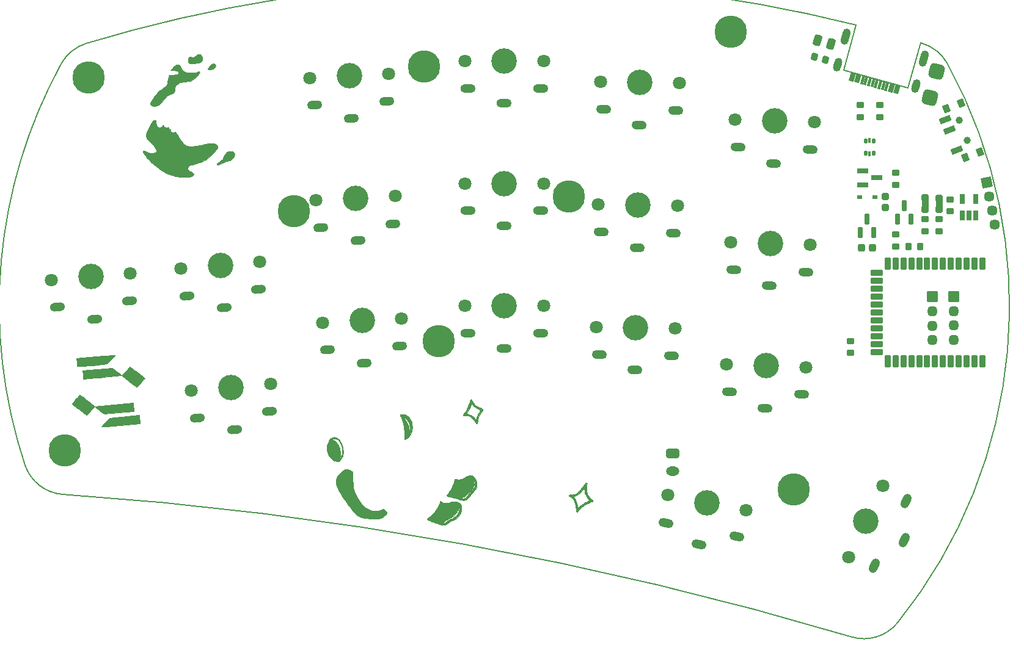
<source format=gbr>
%TF.GenerationSoftware,KiCad,Pcbnew,6.0.4-6f826c9f35~116~ubuntu20.04.1*%
%TF.CreationDate,2022-04-29T22:26:56+02:00*%
%TF.ProjectId,Wubbo,57756262-6f2e-46b6-9963-61645f706362,v0.1*%
%TF.SameCoordinates,Original*%
%TF.FileFunction,Soldermask,Top*%
%TF.FilePolarity,Negative*%
%FSLAX46Y46*%
G04 Gerber Fmt 4.6, Leading zero omitted, Abs format (unit mm)*
G04 Created by KiCad (PCBNEW 6.0.4-6f826c9f35~116~ubuntu20.04.1) date 2022-04-29 22:26:56*
%MOMM*%
%LPD*%
G01*
G04 APERTURE LIST*
G04 Aperture macros list*
%AMRoundRect*
0 Rectangle with rounded corners*
0 $1 Rounding radius*
0 $2 $3 $4 $5 $6 $7 $8 $9 X,Y pos of 4 corners*
0 Add a 4 corners polygon primitive as box body*
4,1,4,$2,$3,$4,$5,$6,$7,$8,$9,$2,$3,0*
0 Add four circle primitives for the rounded corners*
1,1,$1+$1,$2,$3*
1,1,$1+$1,$4,$5*
1,1,$1+$1,$6,$7*
1,1,$1+$1,$8,$9*
0 Add four rect primitives between the rounded corners*
20,1,$1+$1,$2,$3,$4,$5,0*
20,1,$1+$1,$4,$5,$6,$7,0*
20,1,$1+$1,$6,$7,$8,$9,0*
20,1,$1+$1,$8,$9,$2,$3,0*%
%AMHorizOval*
0 Thick line with rounded ends*
0 $1 width*
0 $2 $3 position (X,Y) of the first rounded end (center of the circle)*
0 $4 $5 position (X,Y) of the second rounded end (center of the circle)*
0 Add line between two ends*
20,1,$1,$2,$3,$4,$5,0*
0 Add two circle primitives to create the rounded ends*
1,1,$1,$2,$3*
1,1,$1,$4,$5*%
G04 Aperture macros list end*
%TA.AperFunction,Profile*%
%ADD10C,0.150000*%
%TD*%
%ADD11C,0.010000*%
%ADD12C,0.120000*%
%ADD13RoundRect,0.250000X0.275000X-0.200000X0.275000X0.200000X-0.275000X0.200000X-0.275000X-0.200000X0*%
%ADD14C,1.801800*%
%ADD15C,3.529000*%
%ADD16HorizOval,1.200000X-0.449383X-0.023551X0.449383X0.023551X0*%
%ADD17O,2.100000X1.200000*%
%ADD18RoundRect,0.275000X-0.250000X0.225000X-0.250000X-0.225000X0.250000X-0.225000X0.250000X0.225000X0*%
%ADD19RoundRect,0.050000X-0.187500X0.250000X-0.187500X-0.250000X0.187500X-0.250000X0.187500X0.250000X0*%
%ADD20RoundRect,0.050000X-0.150000X0.325000X-0.150000X-0.325000X0.150000X-0.325000X0.150000X0.325000X0*%
%ADD21RoundRect,0.268750X0.256250X-0.218750X0.256250X0.218750X-0.256250X0.218750X-0.256250X-0.218750X0*%
%ADD22RoundRect,0.050000X-0.675000X-0.675000X0.675000X-0.675000X0.675000X0.675000X-0.675000X0.675000X0*%
%ADD23O,1.450000X1.450000*%
%ADD24RoundRect,0.200000X0.150000X-0.587500X0.150000X0.587500X-0.150000X0.587500X-0.150000X-0.587500X0*%
%ADD25RoundRect,0.250000X-0.275000X0.200000X-0.275000X-0.200000X0.275000X-0.200000X0.275000X0.200000X0*%
%ADD26HorizOval,1.200000X-0.197267X-0.404457X0.197267X0.404457X0*%
%ADD27RoundRect,0.300000X-0.625000X0.350000X-0.625000X-0.350000X0.625000X-0.350000X0.625000X0.350000X0*%
%ADD28O,1.850000X1.300000*%
%ADD29HorizOval,1.200000X-0.449931X0.007854X0.449931X-0.007854X0*%
%ADD30RoundRect,0.050000X0.300000X0.225000X-0.300000X0.225000X-0.300000X-0.225000X0.300000X-0.225000X0*%
%ADD31RoundRect,0.275000X0.225000X0.250000X-0.225000X0.250000X-0.225000X-0.250000X0.225000X-0.250000X0*%
%ADD32RoundRect,0.050000X-0.350000X0.762000X-0.350000X-0.762000X0.350000X-0.762000X0.350000X0.762000X0*%
%ADD33RoundRect,0.050000X-0.762000X-0.350000X0.762000X-0.350000X0.762000X0.350000X-0.762000X0.350000X0*%
%ADD34RoundRect,0.050000X0.350000X-0.762000X0.350000X0.762000X-0.350000X0.762000X-0.350000X-0.762000X0*%
%ADD35C,0.800000*%
%ADD36C,4.500000*%
%ADD37HorizOval,1.200000X-0.448288X-0.039220X0.448288X0.039220X0*%
%ADD38RoundRect,0.550000X0.612372X0.353553X-0.353553X0.612372X-0.612372X-0.353553X0.353553X-0.612372X0*%
%ADD39RoundRect,0.250000X-0.200000X-0.275000X0.200000X-0.275000X0.200000X0.275000X-0.200000X0.275000X0*%
%ADD40RoundRect,0.050000X0.552616X-0.323443X0.194248X0.610137X-0.552616X0.323443X-0.194248X-0.610137X0*%
%ADD41C,1.000000*%
%ADD42RoundRect,0.050000X0.825614X-0.057977X0.574757X0.595529X-0.825614X0.057977X-0.574757X-0.595529X0*%
%ADD43HorizOval,1.200000X-0.449726X0.015705X0.449726X-0.015705X0*%
%ADD44RoundRect,0.200000X-0.587500X-0.150000X0.587500X-0.150000X0.587500X0.150000X-0.587500X0.150000X0*%
%ADD45RoundRect,0.050000X-0.442751X-0.473916X0.135427X-0.634259X0.442751X0.473916X-0.135427X0.634259X0*%
%ADD46RoundRect,0.050000X-0.298207X-0.514002X-0.009117X-0.594173X0.298207X0.514002X0.009117X0.594173X0*%
%ADD47HorizOval,1.100000X-0.160343X-0.578178X0.160343X0.578178X0*%
%ADD48HorizOval,1.100000X-0.106895X-0.385452X0.106895X0.385452X0*%
%ADD49RoundRect,0.050000X-0.533802X-0.791394X0.791394X-0.533802X0.533802X0.791394X-0.791394X0.533802X0*%
%ADD50HorizOval,1.450000X0.000000X0.000000X0.000000X0.000000X0*%
%ADD51RoundRect,0.200000X0.150000X-0.512500X0.150000X0.512500X-0.150000X0.512500X-0.150000X-0.512500X0*%
%ADD52HorizOval,1.200000X-0.441732X0.085864X0.441732X-0.085864X0*%
%ADD53RoundRect,0.250000X-0.266217X-0.211551X0.119236X-0.318446X0.266217X0.211551X-0.119236X0.318446X0*%
%ADD54RoundRect,0.300000X-0.367846X-0.390915X0.113969X-0.524534X0.367846X0.390915X-0.113969X0.524534X0*%
G04 APERTURE END LIST*
D10*
X104544530Y51844171D02*
G75*
G03*
X-2083172Y49308466I-48731160J-193972341D01*
G01*
X-5611244Y46442888D02*
G75*
G03*
X-10622661Y-9179340I61424614J-33571068D01*
G01*
X104544530Y51844172D02*
X102813372Y45601818D01*
X110309220Y-31062252D02*
G75*
G03*
X117237987Y46442886I-54495848J43934070D01*
G01*
X111755862Y43121846D02*
X113489973Y49374846D01*
X117237963Y46442874D02*
G75*
G03*
X113709916Y49308466I-5264963J-2877474D01*
G01*
X-2083173Y49308466D02*
G75*
G03*
X-5611244Y46442886I1736897J-5743100D01*
G01*
X103920858Y-33045467D02*
G75*
G03*
X-5334370Y-13275473I-143107476J-479082651D01*
G01*
X102813372Y45601818D02*
X111755862Y43121846D01*
X113709916Y49308466D02*
G75*
G03*
X113489972Y49374846I-59168016J-195650166D01*
G01*
X103920840Y-33045522D02*
G75*
G03*
X110309219Y-31062252I1717260J5749022D01*
G01*
X-10622661Y-9179341D02*
G75*
G03*
X-5334370Y-13275474I5694518J1890101D01*
G01*
%TO.C,*%
G36*
X1864112Y6058478D02*
G01*
X1864388Y6057768D01*
X1849463Y6037082D01*
X1809391Y5988445D01*
X1747270Y5915436D01*
X1666198Y5821637D01*
X1569273Y5710628D01*
X1459593Y5585991D01*
X1340258Y5451306D01*
X1317631Y5425867D01*
X776612Y4817981D01*
X-1295733Y4636352D01*
X-1649633Y4605433D01*
X-1963498Y4578237D01*
X-2239445Y4554604D01*
X-2479595Y4534378D01*
X-2686067Y4517399D01*
X-2860979Y4503510D01*
X-3006451Y4492550D01*
X-3124604Y4484364D01*
X-3217554Y4478792D01*
X-3287421Y4475675D01*
X-3336326Y4474855D01*
X-3366386Y4476175D01*
X-3379721Y4479475D01*
X-3380662Y4480531D01*
X-3385629Y4507887D01*
X-3393107Y4571567D01*
X-3402529Y4665670D01*
X-3413333Y4784299D01*
X-3424956Y4921556D01*
X-3435542Y5054725D01*
X-3477839Y5603111D01*
X-803857Y5842448D01*
X-381831Y5880109D01*
X-660Y5913883D01*
X340942Y5943871D01*
X644265Y5970179D01*
X910595Y5992911D01*
X1141221Y6012169D01*
X1337433Y6028060D01*
X1500516Y6040684D01*
X1631761Y6050149D01*
X1732454Y6056557D01*
X1803885Y6060011D01*
X1847342Y6060616D01*
X1864112Y6058478D01*
G37*
D11*
X1864112Y6058478D02*
X1864388Y6057768D01*
X1849463Y6037082D01*
X1809391Y5988445D01*
X1747270Y5915436D01*
X1666198Y5821637D01*
X1569273Y5710628D01*
X1459593Y5585991D01*
X1340258Y5451306D01*
X1317631Y5425867D01*
X776612Y4817981D01*
X-1295733Y4636352D01*
X-1649633Y4605433D01*
X-1963498Y4578237D01*
X-2239445Y4554604D01*
X-2479595Y4534378D01*
X-2686067Y4517399D01*
X-2860979Y4503510D01*
X-3006451Y4492550D01*
X-3124604Y4484364D01*
X-3217554Y4478792D01*
X-3287421Y4475675D01*
X-3336326Y4474855D01*
X-3366386Y4476175D01*
X-3379721Y4479475D01*
X-3380662Y4480531D01*
X-3385629Y4507887D01*
X-3393107Y4571567D01*
X-3402529Y4665670D01*
X-3413333Y4784299D01*
X-3424956Y4921556D01*
X-3435542Y5054725D01*
X-3477839Y5603111D01*
X-803857Y5842448D01*
X-381831Y5880109D01*
X-660Y5913883D01*
X340942Y5943871D01*
X644265Y5970179D01*
X910595Y5992911D01*
X1141221Y6012169D01*
X1337433Y6028060D01*
X1500516Y6040684D01*
X1631761Y6050149D01*
X1732454Y6056557D01*
X1803885Y6060011D01*
X1847342Y6060616D01*
X1864112Y6058478D01*
G36*
X-3011519Y536520D02*
G01*
X-2962275Y500833D01*
X-2885707Y443231D01*
X-2784702Y365948D01*
X-2662150Y271222D01*
X-2520944Y161283D01*
X-2363971Y38369D01*
X-2194123Y-95286D01*
X-2014289Y-237448D01*
X-1998671Y-249824D01*
X-983074Y-1054761D01*
X4360897Y-571553D01*
X4461654Y-1723212D01*
X2379323Y-1904506D01*
X296991Y-2085801D01*
X-159788Y-1721988D01*
X-291512Y-1617268D01*
X-423209Y-1512920D01*
X-548029Y-1414348D01*
X-659118Y-1326954D01*
X-749624Y-1256145D01*
X-803787Y-1214158D01*
X-991006Y-1070140D01*
X-1536328Y-1682909D01*
X-1657547Y-1818784D01*
X-1770040Y-1944230D01*
X-1870699Y-2055831D01*
X-1956417Y-2150171D01*
X-2024089Y-2223834D01*
X-2070605Y-2273403D01*
X-2092860Y-2295463D01*
X-2094204Y-2296286D01*
X-2112596Y-2283619D01*
X-2161251Y-2246903D01*
X-2237269Y-2188404D01*
X-2337750Y-2110386D01*
X-2459794Y-2015112D01*
X-2600501Y-1904847D01*
X-2756970Y-1781854D01*
X-2926303Y-1648399D01*
X-3105597Y-1506744D01*
X-3111163Y-1502340D01*
X-3290740Y-1360110D01*
X-3460281Y-1225498D01*
X-3616893Y-1100818D01*
X-3757686Y-988391D01*
X-3879767Y-890534D01*
X-3980247Y-809564D01*
X-4056234Y-747800D01*
X-4104836Y-707557D01*
X-4123162Y-691155D01*
X-4123208Y-691071D01*
X-4111105Y-672878D01*
X-4074374Y-627388D01*
X-4016696Y-558779D01*
X-3941753Y-471226D01*
X-3853229Y-368906D01*
X-3754805Y-255994D01*
X-3650165Y-136667D01*
X-3542990Y-15101D01*
X-3436965Y104526D01*
X-3335771Y218040D01*
X-3243091Y321264D01*
X-3162608Y410021D01*
X-3098003Y480135D01*
X-3052960Y527430D01*
X-3031163Y547731D01*
X-3030546Y548058D01*
X-3011519Y536520D01*
G37*
X-3011519Y536520D02*
X-2962275Y500833D01*
X-2885707Y443231D01*
X-2784702Y365948D01*
X-2662150Y271222D01*
X-2520944Y161283D01*
X-2363971Y38369D01*
X-2194123Y-95286D01*
X-2014289Y-237448D01*
X-1998671Y-249824D01*
X-983074Y-1054761D01*
X4360897Y-571553D01*
X4461654Y-1723212D01*
X2379323Y-1904506D01*
X296991Y-2085801D01*
X-159788Y-1721988D01*
X-291512Y-1617268D01*
X-423209Y-1512920D01*
X-548029Y-1414348D01*
X-659118Y-1326954D01*
X-749624Y-1256145D01*
X-803787Y-1214158D01*
X-991006Y-1070140D01*
X-1536328Y-1682909D01*
X-1657547Y-1818784D01*
X-1770040Y-1944230D01*
X-1870699Y-2055831D01*
X-1956417Y-2150171D01*
X-2024089Y-2223834D01*
X-2070605Y-2273403D01*
X-2092860Y-2295463D01*
X-2094204Y-2296286D01*
X-2112596Y-2283619D01*
X-2161251Y-2246903D01*
X-2237269Y-2188404D01*
X-2337750Y-2110386D01*
X-2459794Y-2015112D01*
X-2600501Y-1904847D01*
X-2756970Y-1781854D01*
X-2926303Y-1648399D01*
X-3105597Y-1506744D01*
X-3111163Y-1502340D01*
X-3290740Y-1360110D01*
X-3460281Y-1225498D01*
X-3616893Y-1100818D01*
X-3757686Y-988391D01*
X-3879767Y-890534D01*
X-3980247Y-809564D01*
X-4056234Y-747800D01*
X-4104836Y-707557D01*
X-4123162Y-691155D01*
X-4123208Y-691071D01*
X-4111105Y-672878D01*
X-4074374Y-627388D01*
X-4016696Y-558779D01*
X-3941753Y-471226D01*
X-3853229Y-368906D01*
X-3754805Y-255994D01*
X-3650165Y-136667D01*
X-3542990Y-15101D01*
X-3436965Y104526D01*
X-3335771Y218040D01*
X-3243091Y321264D01*
X-3162608Y410021D01*
X-3098003Y480135D01*
X-3052960Y527430D01*
X-3031163Y547731D01*
X-3030546Y548058D01*
X-3011519Y536520D01*
G36*
X5293218Y-3456500D02*
G01*
X2625824Y-3689866D01*
X2241504Y-3723336D01*
X1881282Y-3754401D01*
X1546764Y-3782930D01*
X1239559Y-3808795D01*
X961272Y-3831868D01*
X713510Y-3852018D01*
X497882Y-3869119D01*
X315993Y-3883040D01*
X169451Y-3893655D01*
X59863Y-3900831D01*
X-11163Y-3904442D01*
X-42023Y-3904360D01*
X-43272Y-3903781D01*
X-30027Y-3884173D01*
X8465Y-3836590D01*
X69166Y-3764559D01*
X149043Y-3671606D01*
X245060Y-3561257D01*
X354183Y-3437039D01*
X473376Y-3302477D01*
X500599Y-3271892D01*
X1046171Y-2659454D01*
X5191754Y-2296763D01*
X5293218Y-3456500D01*
G37*
X5293218Y-3456500D02*
X2625824Y-3689866D01*
X2241504Y-3723336D01*
X1881282Y-3754401D01*
X1546764Y-3782930D01*
X1239559Y-3808795D01*
X961272Y-3831868D01*
X713510Y-3852018D01*
X497882Y-3869119D01*
X315993Y-3883040D01*
X169451Y-3893655D01*
X59863Y-3900831D01*
X-11163Y-3904442D01*
X-42023Y-3904360D01*
X-43272Y-3903781D01*
X-30027Y-3884173D01*
X8465Y-3836590D01*
X69166Y-3764559D01*
X149043Y-3671606D01*
X245060Y-3561257D01*
X354183Y-3437039D01*
X473376Y-3302477D01*
X500599Y-3271892D01*
X1046171Y-2659454D01*
X5191754Y-2296763D01*
X5293218Y-3456500D01*
G36*
X3940429Y4437741D02*
G01*
X3990370Y4400395D01*
X4066204Y4342314D01*
X4164439Y4266257D01*
X4281585Y4174985D01*
X4414154Y4071254D01*
X4558653Y3957825D01*
X4711594Y3837455D01*
X4869486Y3712906D01*
X5028840Y3586933D01*
X5186164Y3462297D01*
X5337970Y3341757D01*
X5480766Y3228073D01*
X5611064Y3124001D01*
X5725372Y3032302D01*
X5820200Y2955734D01*
X5892059Y2897057D01*
X5937459Y2859029D01*
X5952915Y2844477D01*
X5939703Y2824859D01*
X5901636Y2778183D01*
X5842444Y2708616D01*
X5765860Y2620324D01*
X5675615Y2517471D01*
X5575440Y2404224D01*
X5469067Y2284748D01*
X5360228Y2163207D01*
X5252655Y2043770D01*
X5150080Y1930602D01*
X5056233Y1827865D01*
X4974847Y1739729D01*
X4909654Y1670356D01*
X4864384Y1623915D01*
X4842771Y1604568D01*
X4841884Y1604260D01*
X4820485Y1616709D01*
X4769921Y1652650D01*
X4694075Y1709124D01*
X4596836Y1783173D01*
X4482091Y1871841D01*
X4353724Y1972168D01*
X4225082Y2073695D01*
X4063605Y2201833D01*
X3891451Y2338650D01*
X3716767Y2477654D01*
X3547705Y2612356D01*
X3392413Y2736266D01*
X3259040Y2842892D01*
X3215360Y2877881D01*
X2799249Y3211444D01*
X129781Y2974898D01*
X-202268Y2945562D01*
X-522606Y2917433D01*
X-828711Y2890723D01*
X-1118059Y2865645D01*
X-1388126Y2842413D01*
X-1636390Y2821239D01*
X-1860324Y2802337D01*
X-2057407Y2785918D01*
X-2225115Y2772196D01*
X-2360924Y2761384D01*
X-2462311Y2753694D01*
X-2526750Y2749341D01*
X-2551719Y2748537D01*
X-2551921Y2748616D01*
X-2556386Y2771647D01*
X-2562728Y2831324D01*
X-2570496Y2922020D01*
X-2579240Y3038113D01*
X-2588512Y3173977D01*
X-2597642Y3320327D01*
X-2631129Y3881772D01*
X1520537Y4244996D01*
X2118610Y3771445D01*
X2258266Y3660970D01*
X2389054Y3557708D01*
X2506866Y3464887D01*
X2607594Y3385736D01*
X2687128Y3323484D01*
X2741363Y3281358D01*
X2765316Y3263202D01*
X2782520Y3252200D01*
X2799252Y3248537D01*
X2819741Y3255880D01*
X2848216Y3277900D01*
X2888907Y3318264D01*
X2946043Y3380642D01*
X3023851Y3468703D01*
X3092161Y3546767D01*
X3281726Y3763051D01*
X3444859Y3947938D01*
X3582430Y4102383D01*
X3695316Y4227338D01*
X3784385Y4323758D01*
X3850512Y4392597D01*
X3894569Y4434807D01*
X3917427Y4451343D01*
X3919870Y4451594D01*
X3940429Y4437741D01*
G37*
X3940429Y4437741D02*
X3990370Y4400395D01*
X4066204Y4342314D01*
X4164439Y4266257D01*
X4281585Y4174985D01*
X4414154Y4071254D01*
X4558653Y3957825D01*
X4711594Y3837455D01*
X4869486Y3712906D01*
X5028840Y3586933D01*
X5186164Y3462297D01*
X5337970Y3341757D01*
X5480766Y3228073D01*
X5611064Y3124001D01*
X5725372Y3032302D01*
X5820200Y2955734D01*
X5892059Y2897057D01*
X5937459Y2859029D01*
X5952915Y2844477D01*
X5939703Y2824859D01*
X5901636Y2778183D01*
X5842444Y2708616D01*
X5765860Y2620324D01*
X5675615Y2517471D01*
X5575440Y2404224D01*
X5469067Y2284748D01*
X5360228Y2163207D01*
X5252655Y2043770D01*
X5150080Y1930602D01*
X5056233Y1827865D01*
X4974847Y1739729D01*
X4909654Y1670356D01*
X4864384Y1623915D01*
X4842771Y1604568D01*
X4841884Y1604260D01*
X4820485Y1616709D01*
X4769921Y1652650D01*
X4694075Y1709124D01*
X4596836Y1783173D01*
X4482091Y1871841D01*
X4353724Y1972168D01*
X4225082Y2073695D01*
X4063605Y2201833D01*
X3891451Y2338650D01*
X3716767Y2477654D01*
X3547705Y2612356D01*
X3392413Y2736266D01*
X3259040Y2842892D01*
X3215360Y2877881D01*
X2799249Y3211444D01*
X129781Y2974898D01*
X-202268Y2945562D01*
X-522606Y2917433D01*
X-828711Y2890723D01*
X-1118059Y2865645D01*
X-1388126Y2842413D01*
X-1636390Y2821239D01*
X-1860324Y2802337D01*
X-2057407Y2785918D01*
X-2225115Y2772196D01*
X-2360924Y2761384D01*
X-2462311Y2753694D01*
X-2526750Y2749341D01*
X-2551719Y2748537D01*
X-2551921Y2748616D01*
X-2556386Y2771647D01*
X-2562728Y2831324D01*
X-2570496Y2922020D01*
X-2579240Y3038113D01*
X-2588512Y3173977D01*
X-2597642Y3320327D01*
X-2631129Y3881772D01*
X1520537Y4244996D01*
X2118610Y3771445D01*
X2258266Y3660970D01*
X2389054Y3557708D01*
X2506866Y3464887D01*
X2607594Y3385736D01*
X2687128Y3323484D01*
X2741363Y3281358D01*
X2765316Y3263202D01*
X2782520Y3252200D01*
X2799252Y3248537D01*
X2819741Y3255880D01*
X2848216Y3277900D01*
X2888907Y3318264D01*
X2946043Y3380642D01*
X3023851Y3468703D01*
X3092161Y3546767D01*
X3281726Y3763051D01*
X3444859Y3947938D01*
X3582430Y4102383D01*
X3695316Y4227338D01*
X3784385Y4323758D01*
X3850512Y4392597D01*
X3894569Y4434807D01*
X3917427Y4451343D01*
X3919870Y4451594D01*
X3940429Y4437741D01*
D12*
%TO.C,D1*%
X114520000Y27680000D02*
X113680000Y27680000D01*
X113680000Y27680000D02*
X113680000Y26470000D01*
X113680000Y26470000D02*
X114520000Y26470000D01*
X114520000Y26470000D02*
X114520000Y27680000D01*
G36*
X114520000Y27680000D02*
G01*
X113680000Y27680000D01*
X113680000Y26470000D01*
X114520000Y26470000D01*
X114520000Y27680000D01*
G37*
%TO.C,Ref\u002A\u002A*%
G36*
X10639499Y46333424D02*
G01*
X10694255Y46311018D01*
X10727619Y46292359D01*
X10783620Y46254767D01*
X10830097Y46210094D01*
X10872182Y46150659D01*
X10915003Y46068781D01*
X10963690Y45956780D01*
X10982216Y45911158D01*
X11068305Y45728320D01*
X11168334Y45580013D01*
X11287808Y45461655D01*
X11432230Y45368660D01*
X11607106Y45296446D01*
X11776688Y45249616D01*
X11840539Y45239620D01*
X11938756Y45230169D01*
X12063374Y45221521D01*
X12206426Y45213935D01*
X12359946Y45207671D01*
X12515969Y45202987D01*
X12666528Y45200141D01*
X12803657Y45199394D01*
X12919391Y45201003D01*
X13005762Y45205229D01*
X13037112Y45208647D01*
X13131259Y45237818D01*
X13246314Y45300698D01*
X13287005Y45327497D01*
X13381978Y45388402D01*
X13450781Y45421809D01*
X13498869Y45428365D01*
X13531693Y45408717D01*
X13554709Y45363512D01*
X13556087Y45359425D01*
X13566939Y45261857D01*
X13539179Y45151396D01*
X13472626Y45027828D01*
X13367100Y44890939D01*
X13222419Y44740514D01*
X13038402Y44576339D01*
X12814867Y44398199D01*
X12625209Y44258197D01*
X12521398Y44184630D01*
X12436809Y44129177D01*
X12362300Y44088890D01*
X12288729Y44060822D01*
X12206953Y44042023D01*
X12107832Y44029548D01*
X11982224Y44020448D01*
X11868633Y44014246D01*
X11732687Y44006261D01*
X11598580Y43996772D01*
X11477326Y43986670D01*
X11379938Y43976849D01*
X11333341Y43970844D01*
X11054135Y43916725D01*
X10812679Y43844018D01*
X10609058Y43752764D01*
X10443359Y43643003D01*
X10315667Y43514776D01*
X10285993Y43474485D01*
X10237063Y43396472D01*
X10199551Y43318552D01*
X10170632Y43231288D01*
X10147482Y43125239D01*
X10127278Y42990968D01*
X10117537Y42911500D01*
X10094366Y42742008D01*
X10066037Y42609125D01*
X10028004Y42507131D01*
X9975721Y42430306D01*
X9904642Y42372929D01*
X9810220Y42329280D01*
X9687909Y42293640D01*
X9612929Y42276620D01*
X9385876Y42211216D01*
X9189800Y42118263D01*
X9022680Y41996735D01*
X8976175Y41952836D01*
X8921691Y41893934D01*
X8848816Y41809012D01*
X8764218Y41706168D01*
X8674566Y41593503D01*
X8590635Y41484547D01*
X8429197Y41278066D01*
X8282494Y41105911D01*
X8146467Y40964473D01*
X8017055Y40850146D01*
X7890200Y40759321D01*
X7761842Y40688393D01*
X7636628Y40636793D01*
X7489917Y40600824D01*
X7326553Y40586524D01*
X7166870Y40594975D01*
X7095088Y40607994D01*
X6967468Y40652264D01*
X6860324Y40717468D01*
X6780417Y40798040D01*
X6734509Y40888416D01*
X6729707Y40908725D01*
X6730377Y40985046D01*
X6752862Y41081170D01*
X6793060Y41183429D01*
X6835419Y41260792D01*
X6861802Y41299459D01*
X6909223Y41366035D01*
X6973342Y41454545D01*
X7049819Y41559015D01*
X7134314Y41673472D01*
X7177252Y41731290D01*
X7276526Y41864802D01*
X7381653Y42006373D01*
X7485157Y42145920D01*
X7579561Y42273363D01*
X7657389Y42378621D01*
X7668205Y42393274D01*
X7778345Y42536605D01*
X7876665Y42649716D01*
X7971096Y42739831D01*
X8069567Y42814171D01*
X8180010Y42879961D01*
X8232144Y42906916D01*
X8483225Y43048114D01*
X8694166Y43200838D01*
X8864797Y43364895D01*
X8994951Y43540091D01*
X9084459Y43726234D01*
X9133151Y43923129D01*
X9135739Y43943152D01*
X9154116Y44091916D01*
X9170481Y44207243D01*
X9186787Y44297840D01*
X9204985Y44372419D01*
X9227026Y44439689D01*
X9254862Y44508359D01*
X9270058Y44542611D01*
X9308864Y44632770D01*
X9330795Y44697704D01*
X9338822Y44749586D01*
X9335914Y44800586D01*
X9334843Y44808083D01*
X9321111Y44899656D01*
X9433285Y44911112D01*
X9491153Y44915518D01*
X9581989Y44920626D01*
X9696444Y44925992D01*
X9825167Y44931171D01*
X9937042Y44935037D01*
X10067592Y44940194D01*
X10188892Y44946830D01*
X10292424Y44954339D01*
X10369669Y44962113D01*
X10409200Y44968708D01*
X10481072Y44999913D01*
X10554996Y45051291D01*
X10618533Y45112134D01*
X10659244Y45171735D01*
X10665573Y45189401D01*
X10663006Y45261422D01*
X10622938Y45333453D01*
X10549993Y45401308D01*
X10448794Y45460801D01*
X10323965Y45507745D01*
X10309416Y45511847D01*
X10247989Y45523933D01*
X10155757Y45536273D01*
X10044216Y45547573D01*
X9924866Y45556536D01*
X9899233Y45558037D01*
X9790125Y45564985D01*
X9696443Y45572667D01*
X9626156Y45580297D01*
X9587236Y45587091D01*
X9582379Y45589238D01*
X9588049Y45609774D01*
X9619754Y45643585D01*
X9634625Y45655908D01*
X9675827Y45694703D01*
X9733516Y45757509D01*
X9798851Y45834416D01*
X9842352Y45888710D01*
X9985055Y46054614D01*
X10123856Y46180680D01*
X10261622Y46268859D01*
X10401218Y46321104D01*
X10501297Y46337317D01*
X10581609Y46340914D01*
X10639499Y46333424D01*
G37*
D11*
X10639499Y46333424D02*
X10694255Y46311018D01*
X10727619Y46292359D01*
X10783620Y46254767D01*
X10830097Y46210094D01*
X10872182Y46150659D01*
X10915003Y46068781D01*
X10963690Y45956780D01*
X10982216Y45911158D01*
X11068305Y45728320D01*
X11168334Y45580013D01*
X11287808Y45461655D01*
X11432230Y45368660D01*
X11607106Y45296446D01*
X11776688Y45249616D01*
X11840539Y45239620D01*
X11938756Y45230169D01*
X12063374Y45221521D01*
X12206426Y45213935D01*
X12359946Y45207671D01*
X12515969Y45202987D01*
X12666528Y45200141D01*
X12803657Y45199394D01*
X12919391Y45201003D01*
X13005762Y45205229D01*
X13037112Y45208647D01*
X13131259Y45237818D01*
X13246314Y45300698D01*
X13287005Y45327497D01*
X13381978Y45388402D01*
X13450781Y45421809D01*
X13498869Y45428365D01*
X13531693Y45408717D01*
X13554709Y45363512D01*
X13556087Y45359425D01*
X13566939Y45261857D01*
X13539179Y45151396D01*
X13472626Y45027828D01*
X13367100Y44890939D01*
X13222419Y44740514D01*
X13038402Y44576339D01*
X12814867Y44398199D01*
X12625209Y44258197D01*
X12521398Y44184630D01*
X12436809Y44129177D01*
X12362300Y44088890D01*
X12288729Y44060822D01*
X12206953Y44042023D01*
X12107832Y44029548D01*
X11982224Y44020448D01*
X11868633Y44014246D01*
X11732687Y44006261D01*
X11598580Y43996772D01*
X11477326Y43986670D01*
X11379938Y43976849D01*
X11333341Y43970844D01*
X11054135Y43916725D01*
X10812679Y43844018D01*
X10609058Y43752764D01*
X10443359Y43643003D01*
X10315667Y43514776D01*
X10285993Y43474485D01*
X10237063Y43396472D01*
X10199551Y43318552D01*
X10170632Y43231288D01*
X10147482Y43125239D01*
X10127278Y42990968D01*
X10117537Y42911500D01*
X10094366Y42742008D01*
X10066037Y42609125D01*
X10028004Y42507131D01*
X9975721Y42430306D01*
X9904642Y42372929D01*
X9810220Y42329280D01*
X9687909Y42293640D01*
X9612929Y42276620D01*
X9385876Y42211216D01*
X9189800Y42118263D01*
X9022680Y41996735D01*
X8976175Y41952836D01*
X8921691Y41893934D01*
X8848816Y41809012D01*
X8764218Y41706168D01*
X8674566Y41593503D01*
X8590635Y41484547D01*
X8429197Y41278066D01*
X8282494Y41105911D01*
X8146467Y40964473D01*
X8017055Y40850146D01*
X7890200Y40759321D01*
X7761842Y40688393D01*
X7636628Y40636793D01*
X7489917Y40600824D01*
X7326553Y40586524D01*
X7166870Y40594975D01*
X7095088Y40607994D01*
X6967468Y40652264D01*
X6860324Y40717468D01*
X6780417Y40798040D01*
X6734509Y40888416D01*
X6729707Y40908725D01*
X6730377Y40985046D01*
X6752862Y41081170D01*
X6793060Y41183429D01*
X6835419Y41260792D01*
X6861802Y41299459D01*
X6909223Y41366035D01*
X6973342Y41454545D01*
X7049819Y41559015D01*
X7134314Y41673472D01*
X7177252Y41731290D01*
X7276526Y41864802D01*
X7381653Y42006373D01*
X7485157Y42145920D01*
X7579561Y42273363D01*
X7657389Y42378621D01*
X7668205Y42393274D01*
X7778345Y42536605D01*
X7876665Y42649716D01*
X7971096Y42739831D01*
X8069567Y42814171D01*
X8180010Y42879961D01*
X8232144Y42906916D01*
X8483225Y43048114D01*
X8694166Y43200838D01*
X8864797Y43364895D01*
X8994951Y43540091D01*
X9084459Y43726234D01*
X9133151Y43923129D01*
X9135739Y43943152D01*
X9154116Y44091916D01*
X9170481Y44207243D01*
X9186787Y44297840D01*
X9204985Y44372419D01*
X9227026Y44439689D01*
X9254862Y44508359D01*
X9270058Y44542611D01*
X9308864Y44632770D01*
X9330795Y44697704D01*
X9338822Y44749586D01*
X9335914Y44800586D01*
X9334843Y44808083D01*
X9321111Y44899656D01*
X9433285Y44911112D01*
X9491153Y44915518D01*
X9581989Y44920626D01*
X9696444Y44925992D01*
X9825167Y44931171D01*
X9937042Y44935037D01*
X10067592Y44940194D01*
X10188892Y44946830D01*
X10292424Y44954339D01*
X10369669Y44962113D01*
X10409200Y44968708D01*
X10481072Y44999913D01*
X10554996Y45051291D01*
X10618533Y45112134D01*
X10659244Y45171735D01*
X10665573Y45189401D01*
X10663006Y45261422D01*
X10622938Y45333453D01*
X10549993Y45401308D01*
X10448794Y45460801D01*
X10323965Y45507745D01*
X10309416Y45511847D01*
X10247989Y45523933D01*
X10155757Y45536273D01*
X10044216Y45547573D01*
X9924866Y45556536D01*
X9899233Y45558037D01*
X9790125Y45564985D01*
X9696443Y45572667D01*
X9626156Y45580297D01*
X9587236Y45587091D01*
X9582379Y45589238D01*
X9588049Y45609774D01*
X9619754Y45643585D01*
X9634625Y45655908D01*
X9675827Y45694703D01*
X9733516Y45757509D01*
X9798851Y45834416D01*
X9842352Y45888710D01*
X9985055Y46054614D01*
X10123856Y46180680D01*
X10261622Y46268859D01*
X10401218Y46321104D01*
X10501297Y46337317D01*
X10581609Y46340914D01*
X10639499Y46333424D01*
G36*
X15576908Y46467346D02*
G01*
X15615660Y46452360D01*
X15708634Y46395340D01*
X15766587Y46319093D01*
X15792885Y46231062D01*
X15788821Y46143222D01*
X15755424Y46048425D01*
X15699515Y45961741D01*
X15648724Y45912487D01*
X15540091Y45843000D01*
X15411224Y45781763D01*
X15271232Y45731128D01*
X15129220Y45693450D01*
X14994296Y45671083D01*
X14875568Y45666380D01*
X14782142Y45681696D01*
X14771278Y45685701D01*
X14727133Y45717750D01*
X14714122Y45767096D01*
X14732866Y45835674D01*
X14783986Y45925417D01*
X14868101Y46038257D01*
X14894870Y46070918D01*
X15032219Y46225840D01*
X15156246Y46343183D01*
X15269841Y46424476D01*
X15375890Y46471249D01*
X15477283Y46485029D01*
X15576908Y46467346D01*
G37*
X15576908Y46467346D02*
X15615660Y46452360D01*
X15708634Y46395340D01*
X15766587Y46319093D01*
X15792885Y46231062D01*
X15788821Y46143222D01*
X15755424Y46048425D01*
X15699515Y45961741D01*
X15648724Y45912487D01*
X15540091Y45843000D01*
X15411224Y45781763D01*
X15271232Y45731128D01*
X15129220Y45693450D01*
X14994296Y45671083D01*
X14875568Y45666380D01*
X14782142Y45681696D01*
X14771278Y45685701D01*
X14727133Y45717750D01*
X14714122Y45767096D01*
X14732866Y45835674D01*
X14783986Y45925417D01*
X14868101Y46038257D01*
X14894870Y46070918D01*
X15032219Y46225840D01*
X15156246Y46343183D01*
X15269841Y46424476D01*
X15375890Y46471249D01*
X15477283Y46485029D01*
X15576908Y46467346D01*
G36*
X18024419Y34315156D02*
G01*
X18128261Y34283838D01*
X18128542Y34283710D01*
X18250945Y34213289D01*
X18335128Y34128774D01*
X18384226Y34025110D01*
X18401375Y33897242D01*
X18400396Y33845554D01*
X18379441Y33702260D01*
X18329337Y33567575D01*
X18246384Y33433942D01*
X18133844Y33301146D01*
X17997017Y33175800D01*
X17856531Y33088682D01*
X17704846Y33035865D01*
X17588792Y33017278D01*
X17484170Y33002985D01*
X17375104Y32978811D01*
X17255842Y32942699D01*
X17120628Y32892590D01*
X16963712Y32826426D01*
X16779338Y32742150D01*
X16657572Y32684169D01*
X16501251Y32609808D01*
X16377176Y32553085D01*
X16280140Y32511908D01*
X16204934Y32484184D01*
X16146352Y32467823D01*
X16101947Y32460946D01*
X15990709Y32451722D01*
X15990709Y32530450D01*
X16006756Y32617456D01*
X16057163Y32693034D01*
X16145326Y32761626D01*
X16184943Y32784380D01*
X16370402Y32894913D01*
X16528250Y33014027D01*
X16671498Y33151023D01*
X16818283Y33327126D01*
X16933511Y33514257D01*
X17015019Y33696270D01*
X17082701Y33859865D01*
X17147246Y33988117D01*
X17213768Y34087204D01*
X17287381Y34163305D01*
X17373197Y34222597D01*
X17476330Y34271259D01*
X17497839Y34279636D01*
X17618246Y34312454D01*
X17755452Y34329374D01*
X17895496Y34330305D01*
X18024419Y34315156D01*
G37*
X18024419Y34315156D02*
X18128261Y34283838D01*
X18128542Y34283710D01*
X18250945Y34213289D01*
X18335128Y34128774D01*
X18384226Y34025110D01*
X18401375Y33897242D01*
X18400396Y33845554D01*
X18379441Y33702260D01*
X18329337Y33567575D01*
X18246384Y33433942D01*
X18133844Y33301146D01*
X17997017Y33175800D01*
X17856531Y33088682D01*
X17704846Y33035865D01*
X17588792Y33017278D01*
X17484170Y33002985D01*
X17375104Y32978811D01*
X17255842Y32942699D01*
X17120628Y32892590D01*
X16963712Y32826426D01*
X16779338Y32742150D01*
X16657572Y32684169D01*
X16501251Y32609808D01*
X16377176Y32553085D01*
X16280140Y32511908D01*
X16204934Y32484184D01*
X16146352Y32467823D01*
X16101947Y32460946D01*
X15990709Y32451722D01*
X15990709Y32530450D01*
X16006756Y32617456D01*
X16057163Y32693034D01*
X16145326Y32761626D01*
X16184943Y32784380D01*
X16370402Y32894913D01*
X16528250Y33014027D01*
X16671498Y33151023D01*
X16818283Y33327126D01*
X16933511Y33514257D01*
X17015019Y33696270D01*
X17082701Y33859865D01*
X17147246Y33988117D01*
X17213768Y34087204D01*
X17287381Y34163305D01*
X17373197Y34222597D01*
X17476330Y34271259D01*
X17497839Y34279636D01*
X17618246Y34312454D01*
X17755452Y34329374D01*
X17895496Y34330305D01*
X18024419Y34315156D01*
G36*
X7379989Y38661824D02*
G01*
X7401827Y38655673D01*
X7440296Y38642272D01*
X7468803Y38625776D01*
X7489609Y38599785D01*
X7504977Y38557896D01*
X7517168Y38493710D01*
X7528444Y38400824D01*
X7541066Y38272838D01*
X7542528Y38257454D01*
X7570532Y38073716D01*
X7617162Y37925294D01*
X7684058Y37808729D01*
X7772858Y37720562D01*
X7808180Y37696533D01*
X7920964Y37644516D01*
X8030170Y37631504D01*
X8138659Y37658165D01*
X8249290Y37725166D01*
X8357021Y37824707D01*
X8411979Y37880159D01*
X8457500Y37920780D01*
X8484741Y37938762D01*
X8486510Y37939029D01*
X8510360Y37924652D01*
X8554634Y37886503D01*
X8611026Y37831904D01*
X8629448Y37813013D01*
X8705814Y37739471D01*
X8771395Y37691872D01*
X8839314Y37661222D01*
X8860862Y37654356D01*
X8928524Y37636723D01*
X8981496Y37632517D01*
X9040229Y37641877D01*
X9093457Y37655939D01*
X9163986Y37672592D01*
X9220620Y37680363D01*
X9245663Y37678805D01*
X9269304Y37651948D01*
X9287766Y37601343D01*
X9289342Y37593718D01*
X9322327Y37503012D01*
X9378933Y37434988D01*
X9450467Y37399324D01*
X9489706Y37386976D01*
X9508118Y37363991D01*
X9513478Y37317030D01*
X9513709Y37290814D01*
X9532767Y37176127D01*
X9585159Y37077980D01*
X9663713Y37000615D01*
X9761256Y36948271D01*
X9870616Y36925189D01*
X9984620Y36935610D01*
X10064042Y36965464D01*
X10125130Y36991942D01*
X10177010Y37006699D01*
X10188550Y37007797D01*
X10214027Y37001520D01*
X10244553Y36980611D01*
X10282464Y36941956D01*
X10330094Y36882440D01*
X10389777Y36798949D01*
X10463847Y36688367D01*
X10554640Y36547579D01*
X10664490Y36373472D01*
X10667071Y36369351D01*
X10837244Y36102520D01*
X10992148Y35871452D01*
X11134814Y35673735D01*
X11268270Y35506959D01*
X11395545Y35368709D01*
X11519668Y35256576D01*
X11643669Y35168147D01*
X11770575Y35101011D01*
X11903416Y35052755D01*
X12045221Y35020967D01*
X12199019Y35003236D01*
X12367838Y34997151D01*
X12390470Y34997089D01*
X12520148Y34999512D01*
X12653441Y35007160D01*
X12794982Y35020787D01*
X12949403Y35041143D01*
X13121336Y35068980D01*
X13315414Y35105051D01*
X13536270Y35150107D01*
X13788536Y35204899D01*
X14076843Y35270180D01*
X14085709Y35272219D01*
X14241383Y35307425D01*
X14392970Y35340590D01*
X14532643Y35370084D01*
X14652577Y35394281D01*
X14744947Y35411553D01*
X14791032Y35418929D01*
X15002410Y35438180D01*
X15214594Y35439916D01*
X15417905Y35424936D01*
X15602664Y35394037D01*
X15759195Y35348019D01*
X15786982Y35336764D01*
X15907138Y35269109D01*
X16002166Y35182758D01*
X16066740Y35084241D01*
X16095537Y34980086D01*
X16096542Y34957160D01*
X16080941Y34885381D01*
X16035562Y34788614D01*
X15962539Y34669684D01*
X15864005Y34531418D01*
X15742096Y34376641D01*
X15598945Y34208181D01*
X15436686Y34028864D01*
X15257455Y33841516D01*
X15242941Y33826767D01*
X14978117Y33571982D01*
X14720003Y33353601D01*
X14461922Y33167864D01*
X14197199Y33011015D01*
X13919158Y32879294D01*
X13621121Y32768944D01*
X13296413Y32676208D01*
X13128904Y32636799D01*
X12836424Y32566113D01*
X12585404Y32492399D01*
X12375053Y32415217D01*
X12204576Y32334130D01*
X12073181Y32248697D01*
X11980073Y32158480D01*
X11924462Y32063039D01*
X11905552Y31961936D01*
X11905542Y31959547D01*
X11918185Y31875161D01*
X11958184Y31794848D01*
X12028647Y31715410D01*
X12132680Y31633648D01*
X12273392Y31546364D01*
X12345530Y31506561D01*
X12507844Y31409739D01*
X12628066Y31316377D01*
X12706341Y31227037D01*
X12742811Y31142279D01*
X12737618Y31062665D01*
X12690907Y30988756D01*
X12602820Y30921114D01*
X12473499Y30860301D01*
X12303089Y30806876D01*
X12158938Y30774078D01*
X12074159Y30761738D01*
X11953081Y30750771D01*
X11801726Y30741579D01*
X11626115Y30734562D01*
X11524542Y30731846D01*
X11367310Y30728589D01*
X11243053Y30727135D01*
X11142429Y30728063D01*
X11056097Y30731950D01*
X10974717Y30739375D01*
X10888948Y30750917D01*
X10789448Y30767154D01*
X10699042Y30782964D01*
X10447667Y30830212D01*
X10226330Y30878277D01*
X10022797Y30930215D01*
X9824834Y30989082D01*
X9675197Y31038742D01*
X9205998Y31221615D01*
X8738666Y31445740D01*
X8275140Y31710038D01*
X7817359Y32013428D01*
X7493072Y32254946D01*
X7278625Y32429078D01*
X7064258Y32616126D01*
X6853572Y32812126D01*
X6650168Y33013117D01*
X6457646Y33215136D01*
X6279607Y33414222D01*
X6119653Y33606412D01*
X5981382Y33787744D01*
X5868397Y33954256D01*
X5784298Y34101986D01*
X5753605Y34169026D01*
X5718687Y34265437D01*
X5706380Y34334518D01*
X5716170Y34384399D01*
X5738077Y34414475D01*
X5762251Y34431660D01*
X5794040Y34438160D01*
X5838364Y34432412D01*
X5900139Y34412848D01*
X5984284Y34377904D01*
X6095717Y34326013D01*
X6239355Y34255610D01*
X6243459Y34253570D01*
X6398759Y34178499D01*
X6526546Y34122779D01*
X6635695Y34084126D01*
X6735080Y34060253D01*
X6833574Y34048876D01*
X6940052Y34047711D01*
X7026626Y34051911D01*
X7211834Y34072439D01*
X7358178Y34107997D01*
X7466677Y34159425D01*
X7538351Y34227565D01*
X7574221Y34313260D01*
X7575306Y34417349D01*
X7559064Y34491124D01*
X7525283Y34586212D01*
X7476780Y34686789D01*
X7411099Y34796179D01*
X7325784Y34917702D01*
X7218379Y35054681D01*
X7086428Y35210438D01*
X6927477Y35388295D01*
X6769734Y35558871D01*
X6622472Y35717425D01*
X6502219Y35849986D01*
X6405980Y35960425D01*
X6330759Y36052614D01*
X6273561Y36130423D01*
X6231389Y36197723D01*
X6201248Y36258386D01*
X6180143Y36316281D01*
X6177987Y36323532D01*
X6159940Y36408014D01*
X6156123Y36496526D01*
X6167374Y36598432D01*
X6194532Y36723101D01*
X6223154Y36827880D01*
X6265790Y36957367D01*
X6323478Y37105165D01*
X6393692Y37266784D01*
X6473906Y37437733D01*
X6561596Y37613523D01*
X6654235Y37789662D01*
X6749298Y37961662D01*
X6844259Y38125030D01*
X6936592Y38275278D01*
X7023771Y38407914D01*
X7103272Y38518449D01*
X7172568Y38602392D01*
X7229134Y38655253D01*
X7260100Y38671433D01*
X7312146Y38673150D01*
X7379989Y38661824D01*
G37*
X7379989Y38661824D02*
X7401827Y38655673D01*
X7440296Y38642272D01*
X7468803Y38625776D01*
X7489609Y38599785D01*
X7504977Y38557896D01*
X7517168Y38493710D01*
X7528444Y38400824D01*
X7541066Y38272838D01*
X7542528Y38257454D01*
X7570532Y38073716D01*
X7617162Y37925294D01*
X7684058Y37808729D01*
X7772858Y37720562D01*
X7808180Y37696533D01*
X7920964Y37644516D01*
X8030170Y37631504D01*
X8138659Y37658165D01*
X8249290Y37725166D01*
X8357021Y37824707D01*
X8411979Y37880159D01*
X8457500Y37920780D01*
X8484741Y37938762D01*
X8486510Y37939029D01*
X8510360Y37924652D01*
X8554634Y37886503D01*
X8611026Y37831904D01*
X8629448Y37813013D01*
X8705814Y37739471D01*
X8771395Y37691872D01*
X8839314Y37661222D01*
X8860862Y37654356D01*
X8928524Y37636723D01*
X8981496Y37632517D01*
X9040229Y37641877D01*
X9093457Y37655939D01*
X9163986Y37672592D01*
X9220620Y37680363D01*
X9245663Y37678805D01*
X9269304Y37651948D01*
X9287766Y37601343D01*
X9289342Y37593718D01*
X9322327Y37503012D01*
X9378933Y37434988D01*
X9450467Y37399324D01*
X9489706Y37386976D01*
X9508118Y37363991D01*
X9513478Y37317030D01*
X9513709Y37290814D01*
X9532767Y37176127D01*
X9585159Y37077980D01*
X9663713Y37000615D01*
X9761256Y36948271D01*
X9870616Y36925189D01*
X9984620Y36935610D01*
X10064042Y36965464D01*
X10125130Y36991942D01*
X10177010Y37006699D01*
X10188550Y37007797D01*
X10214027Y37001520D01*
X10244553Y36980611D01*
X10282464Y36941956D01*
X10330094Y36882440D01*
X10389777Y36798949D01*
X10463847Y36688367D01*
X10554640Y36547579D01*
X10664490Y36373472D01*
X10667071Y36369351D01*
X10837244Y36102520D01*
X10992148Y35871452D01*
X11134814Y35673735D01*
X11268270Y35506959D01*
X11395545Y35368709D01*
X11519668Y35256576D01*
X11643669Y35168147D01*
X11770575Y35101011D01*
X11903416Y35052755D01*
X12045221Y35020967D01*
X12199019Y35003236D01*
X12367838Y34997151D01*
X12390470Y34997089D01*
X12520148Y34999512D01*
X12653441Y35007160D01*
X12794982Y35020787D01*
X12949403Y35041143D01*
X13121336Y35068980D01*
X13315414Y35105051D01*
X13536270Y35150107D01*
X13788536Y35204899D01*
X14076843Y35270180D01*
X14085709Y35272219D01*
X14241383Y35307425D01*
X14392970Y35340590D01*
X14532643Y35370084D01*
X14652577Y35394281D01*
X14744947Y35411553D01*
X14791032Y35418929D01*
X15002410Y35438180D01*
X15214594Y35439916D01*
X15417905Y35424936D01*
X15602664Y35394037D01*
X15759195Y35348019D01*
X15786982Y35336764D01*
X15907138Y35269109D01*
X16002166Y35182758D01*
X16066740Y35084241D01*
X16095537Y34980086D01*
X16096542Y34957160D01*
X16080941Y34885381D01*
X16035562Y34788614D01*
X15962539Y34669684D01*
X15864005Y34531418D01*
X15742096Y34376641D01*
X15598945Y34208181D01*
X15436686Y34028864D01*
X15257455Y33841516D01*
X15242941Y33826767D01*
X14978117Y33571982D01*
X14720003Y33353601D01*
X14461922Y33167864D01*
X14197199Y33011015D01*
X13919158Y32879294D01*
X13621121Y32768944D01*
X13296413Y32676208D01*
X13128904Y32636799D01*
X12836424Y32566113D01*
X12585404Y32492399D01*
X12375053Y32415217D01*
X12204576Y32334130D01*
X12073181Y32248697D01*
X11980073Y32158480D01*
X11924462Y32063039D01*
X11905552Y31961936D01*
X11905542Y31959547D01*
X11918185Y31875161D01*
X11958184Y31794848D01*
X12028647Y31715410D01*
X12132680Y31633648D01*
X12273392Y31546364D01*
X12345530Y31506561D01*
X12507844Y31409739D01*
X12628066Y31316377D01*
X12706341Y31227037D01*
X12742811Y31142279D01*
X12737618Y31062665D01*
X12690907Y30988756D01*
X12602820Y30921114D01*
X12473499Y30860301D01*
X12303089Y30806876D01*
X12158938Y30774078D01*
X12074159Y30761738D01*
X11953081Y30750771D01*
X11801726Y30741579D01*
X11626115Y30734562D01*
X11524542Y30731846D01*
X11367310Y30728589D01*
X11243053Y30727135D01*
X11142429Y30728063D01*
X11056097Y30731950D01*
X10974717Y30739375D01*
X10888948Y30750917D01*
X10789448Y30767154D01*
X10699042Y30782964D01*
X10447667Y30830212D01*
X10226330Y30878277D01*
X10022797Y30930215D01*
X9824834Y30989082D01*
X9675197Y31038742D01*
X9205998Y31221615D01*
X8738666Y31445740D01*
X8275140Y31710038D01*
X7817359Y32013428D01*
X7493072Y32254946D01*
X7278625Y32429078D01*
X7064258Y32616126D01*
X6853572Y32812126D01*
X6650168Y33013117D01*
X6457646Y33215136D01*
X6279607Y33414222D01*
X6119653Y33606412D01*
X5981382Y33787744D01*
X5868397Y33954256D01*
X5784298Y34101986D01*
X5753605Y34169026D01*
X5718687Y34265437D01*
X5706380Y34334518D01*
X5716170Y34384399D01*
X5738077Y34414475D01*
X5762251Y34431660D01*
X5794040Y34438160D01*
X5838364Y34432412D01*
X5900139Y34412848D01*
X5984284Y34377904D01*
X6095717Y34326013D01*
X6239355Y34255610D01*
X6243459Y34253570D01*
X6398759Y34178499D01*
X6526546Y34122779D01*
X6635695Y34084126D01*
X6735080Y34060253D01*
X6833574Y34048876D01*
X6940052Y34047711D01*
X7026626Y34051911D01*
X7211834Y34072439D01*
X7358178Y34107997D01*
X7466677Y34159425D01*
X7538351Y34227565D01*
X7574221Y34313260D01*
X7575306Y34417349D01*
X7559064Y34491124D01*
X7525283Y34586212D01*
X7476780Y34686789D01*
X7411099Y34796179D01*
X7325784Y34917702D01*
X7218379Y35054681D01*
X7086428Y35210438D01*
X6927477Y35388295D01*
X6769734Y35558871D01*
X6622472Y35717425D01*
X6502219Y35849986D01*
X6405980Y35960425D01*
X6330759Y36052614D01*
X6273561Y36130423D01*
X6231389Y36197723D01*
X6201248Y36258386D01*
X6180143Y36316281D01*
X6177987Y36323532D01*
X6159940Y36408014D01*
X6156123Y36496526D01*
X6167374Y36598432D01*
X6194532Y36723101D01*
X6223154Y36827880D01*
X6265790Y36957367D01*
X6323478Y37105165D01*
X6393692Y37266784D01*
X6473906Y37437733D01*
X6561596Y37613523D01*
X6654235Y37789662D01*
X6749298Y37961662D01*
X6844259Y38125030D01*
X6936592Y38275278D01*
X7023771Y38407914D01*
X7103272Y38518449D01*
X7172568Y38602392D01*
X7229134Y38655253D01*
X7260100Y38671433D01*
X7312146Y38673150D01*
X7379989Y38661824D01*
G36*
X13663058Y47788544D02*
G01*
X13748115Y47727904D01*
X13752145Y47723760D01*
X13810300Y47644325D01*
X13865141Y47535805D01*
X13910859Y47411377D01*
X13938562Y47301100D01*
X13952985Y47143114D01*
X13931443Y47004205D01*
X13873486Y46883980D01*
X13778664Y46782048D01*
X13646525Y46698017D01*
X13476619Y46631496D01*
X13268495Y46582093D01*
X13080292Y46555295D01*
X12923126Y46540447D01*
X12763683Y46529519D01*
X12609125Y46522630D01*
X12466613Y46519897D01*
X12343311Y46521438D01*
X12246380Y46527372D01*
X12182983Y46537817D01*
X12175217Y46540360D01*
X12101567Y46572371D01*
X12049626Y46609219D01*
X12014450Y46659301D01*
X11991097Y46731017D01*
X11974626Y46832765D01*
X11967933Y46892602D01*
X11959293Y47062987D01*
X11971745Y47200580D01*
X12005036Y47303808D01*
X12042638Y47356847D01*
X12112037Y47397470D01*
X12217239Y47416878D01*
X12357375Y47415008D01*
X12527832Y47392459D01*
X12620928Y47377529D01*
X12692469Y47372667D01*
X12752736Y47381123D01*
X12812008Y47406149D01*
X12880566Y47450995D01*
X12968690Y47518913D01*
X12995626Y47540392D01*
X13164455Y47664277D01*
X13314696Y47750812D01*
X13447266Y47800220D01*
X13563081Y47812724D01*
X13663058Y47788544D01*
G37*
X13663058Y47788544D02*
X13748115Y47727904D01*
X13752145Y47723760D01*
X13810300Y47644325D01*
X13865141Y47535805D01*
X13910859Y47411377D01*
X13938562Y47301100D01*
X13952985Y47143114D01*
X13931443Y47004205D01*
X13873486Y46883980D01*
X13778664Y46782048D01*
X13646525Y46698017D01*
X13476619Y46631496D01*
X13268495Y46582093D01*
X13080292Y46555295D01*
X12923126Y46540447D01*
X12763683Y46529519D01*
X12609125Y46522630D01*
X12466613Y46519897D01*
X12343311Y46521438D01*
X12246380Y46527372D01*
X12182983Y46537817D01*
X12175217Y46540360D01*
X12101567Y46572371D01*
X12049626Y46609219D01*
X12014450Y46659301D01*
X11991097Y46731017D01*
X11974626Y46832765D01*
X11967933Y46892602D01*
X11959293Y47062987D01*
X11971745Y47200580D01*
X12005036Y47303808D01*
X12042638Y47356847D01*
X12112037Y47397470D01*
X12217239Y47416878D01*
X12357375Y47415008D01*
X12527832Y47392459D01*
X12620928Y47377529D01*
X12692469Y47372667D01*
X12752736Y47381123D01*
X12812008Y47406149D01*
X12880566Y47450995D01*
X12968690Y47518913D01*
X12995626Y47540392D01*
X13164455Y47664277D01*
X13314696Y47750812D01*
X13447266Y47800220D01*
X13563081Y47812724D01*
X13663058Y47788544D01*
G36*
X50402114Y-1822374D02*
G01*
X50501617Y-1658841D01*
X50602121Y-1474295D01*
X50700362Y-1275375D01*
X50793073Y-1068722D01*
X50876990Y-860975D01*
X50948848Y-658775D01*
X51005381Y-468762D01*
X51009622Y-452421D01*
X51052524Y-295164D01*
X51091516Y-179160D01*
X51128844Y-103781D01*
X51166755Y-68397D01*
X51207498Y-72380D01*
X51253320Y-115099D01*
X51306467Y-195926D01*
X51369188Y-314232D01*
X51385456Y-347193D01*
X51455790Y-483644D01*
X51525750Y-600400D01*
X51600467Y-701910D01*
X51685071Y-792621D01*
X51784692Y-876981D01*
X51904460Y-959437D01*
X52049505Y-1044439D01*
X52224957Y-1136432D01*
X52388899Y-1217200D01*
X52524530Y-1283649D01*
X52626763Y-1336055D01*
X52700874Y-1377584D01*
X52752143Y-1411402D01*
X52785849Y-1440675D01*
X52806861Y-1467897D01*
X52834363Y-1518999D01*
X52848443Y-1556878D01*
X52848920Y-1561289D01*
X52836110Y-1587277D01*
X52801643Y-1636864D01*
X52751579Y-1701650D01*
X52719251Y-1741122D01*
X52518189Y-2006415D01*
X52357242Y-2274440D01*
X52234244Y-2549981D01*
X52147027Y-2837821D01*
X52096945Y-3114337D01*
X52074074Y-3264087D01*
X52049224Y-3372761D01*
X52022001Y-3441585D01*
X51992015Y-3471787D01*
X51982302Y-3473500D01*
X51955350Y-3460941D01*
X51911551Y-3429637D01*
X51897161Y-3417891D01*
X51858855Y-3378706D01*
X51804141Y-3313761D01*
X51740474Y-3232262D01*
X51678578Y-3148016D01*
X51507516Y-2925687D01*
X51334908Y-2736247D01*
X51162601Y-2580800D01*
X50992441Y-2460450D01*
X50826273Y-2376303D01*
X50665944Y-2329462D01*
X50513300Y-2321034D01*
X50370186Y-2352121D01*
X50357076Y-2357201D01*
X50266692Y-2379442D01*
X50194018Y-2364439D01*
X50135042Y-2311281D01*
X50131219Y-2305959D01*
X50105398Y-2258140D01*
X50102872Y-2213411D01*
X50126571Y-2163574D01*
X50179425Y-2100429D01*
X50219174Y-2059841D01*
X50225735Y-2052241D01*
X50571672Y-2052241D01*
X50598219Y-2066789D01*
X50651347Y-2081023D01*
X50679345Y-2085966D01*
X50899542Y-2139473D01*
X51116228Y-2231530D01*
X51323576Y-2358416D01*
X51515759Y-2516411D01*
X51686951Y-2701794D01*
X51728819Y-2756063D01*
X51778504Y-2821385D01*
X51818093Y-2870251D01*
X51841522Y-2895311D01*
X51845108Y-2896947D01*
X51854005Y-2875320D01*
X51873040Y-2821707D01*
X51899335Y-2744406D01*
X51927264Y-2660111D01*
X52006981Y-2446968D01*
X52108914Y-2220965D01*
X52224928Y-1998751D01*
X52346885Y-1796976D01*
X52355248Y-1784327D01*
X52411566Y-1696603D01*
X52444839Y-1636052D01*
X52457961Y-1596390D01*
X52453824Y-1571332D01*
X52453519Y-1570829D01*
X52428702Y-1550655D01*
X52372406Y-1515084D01*
X52290947Y-1467784D01*
X52190643Y-1412424D01*
X52078149Y-1352848D01*
X51908311Y-1262745D01*
X51771393Y-1185020D01*
X51661426Y-1115319D01*
X51572443Y-1049288D01*
X51498478Y-982573D01*
X51433562Y-910820D01*
X51383528Y-846033D01*
X51332954Y-780492D01*
X51290038Y-731745D01*
X51261647Y-707329D01*
X51255980Y-706034D01*
X51241013Y-727281D01*
X51214699Y-780495D01*
X51180557Y-858003D01*
X51142106Y-952135D01*
X51136147Y-967309D01*
X50995939Y-1288187D01*
X50825551Y-1607998D01*
X50690540Y-1828855D01*
X50639696Y-1911263D01*
X50600248Y-1981273D01*
X50576360Y-2031064D01*
X50571672Y-2052241D01*
X50225735Y-2052241D01*
X50306878Y-1958254D01*
X50402114Y-1822374D01*
G37*
X50402114Y-1822374D02*
X50501617Y-1658841D01*
X50602121Y-1474295D01*
X50700362Y-1275375D01*
X50793073Y-1068722D01*
X50876990Y-860975D01*
X50948848Y-658775D01*
X51005381Y-468762D01*
X51009622Y-452421D01*
X51052524Y-295164D01*
X51091516Y-179160D01*
X51128844Y-103781D01*
X51166755Y-68397D01*
X51207498Y-72380D01*
X51253320Y-115099D01*
X51306467Y-195926D01*
X51369188Y-314232D01*
X51385456Y-347193D01*
X51455790Y-483644D01*
X51525750Y-600400D01*
X51600467Y-701910D01*
X51685071Y-792621D01*
X51784692Y-876981D01*
X51904460Y-959437D01*
X52049505Y-1044439D01*
X52224957Y-1136432D01*
X52388899Y-1217200D01*
X52524530Y-1283649D01*
X52626763Y-1336055D01*
X52700874Y-1377584D01*
X52752143Y-1411402D01*
X52785849Y-1440675D01*
X52806861Y-1467897D01*
X52834363Y-1518999D01*
X52848443Y-1556878D01*
X52848920Y-1561289D01*
X52836110Y-1587277D01*
X52801643Y-1636864D01*
X52751579Y-1701650D01*
X52719251Y-1741122D01*
X52518189Y-2006415D01*
X52357242Y-2274440D01*
X52234244Y-2549981D01*
X52147027Y-2837821D01*
X52096945Y-3114337D01*
X52074074Y-3264087D01*
X52049224Y-3372761D01*
X52022001Y-3441585D01*
X51992015Y-3471787D01*
X51982302Y-3473500D01*
X51955350Y-3460941D01*
X51911551Y-3429637D01*
X51897161Y-3417891D01*
X51858855Y-3378706D01*
X51804141Y-3313761D01*
X51740474Y-3232262D01*
X51678578Y-3148016D01*
X51507516Y-2925687D01*
X51334908Y-2736247D01*
X51162601Y-2580800D01*
X50992441Y-2460450D01*
X50826273Y-2376303D01*
X50665944Y-2329462D01*
X50513300Y-2321034D01*
X50370186Y-2352121D01*
X50357076Y-2357201D01*
X50266692Y-2379442D01*
X50194018Y-2364439D01*
X50135042Y-2311281D01*
X50131219Y-2305959D01*
X50105398Y-2258140D01*
X50102872Y-2213411D01*
X50126571Y-2163574D01*
X50179425Y-2100429D01*
X50219174Y-2059841D01*
X50225735Y-2052241D01*
X50571672Y-2052241D01*
X50598219Y-2066789D01*
X50651347Y-2081023D01*
X50679345Y-2085966D01*
X50899542Y-2139473D01*
X51116228Y-2231530D01*
X51323576Y-2358416D01*
X51515759Y-2516411D01*
X51686951Y-2701794D01*
X51728819Y-2756063D01*
X51778504Y-2821385D01*
X51818093Y-2870251D01*
X51841522Y-2895311D01*
X51845108Y-2896947D01*
X51854005Y-2875320D01*
X51873040Y-2821707D01*
X51899335Y-2744406D01*
X51927264Y-2660111D01*
X52006981Y-2446968D01*
X52108914Y-2220965D01*
X52224928Y-1998751D01*
X52346885Y-1796976D01*
X52355248Y-1784327D01*
X52411566Y-1696603D01*
X52444839Y-1636052D01*
X52457961Y-1596390D01*
X52453824Y-1571332D01*
X52453519Y-1570829D01*
X52428702Y-1550655D01*
X52372406Y-1515084D01*
X52290947Y-1467784D01*
X52190643Y-1412424D01*
X52078149Y-1352848D01*
X51908311Y-1262745D01*
X51771393Y-1185020D01*
X51661426Y-1115319D01*
X51572443Y-1049288D01*
X51498478Y-982573D01*
X51433562Y-910820D01*
X51383528Y-846033D01*
X51332954Y-780492D01*
X51290038Y-731745D01*
X51261647Y-707329D01*
X51255980Y-706034D01*
X51241013Y-727281D01*
X51214699Y-780495D01*
X51180557Y-858003D01*
X51142106Y-952135D01*
X51136147Y-967309D01*
X50995939Y-1288187D01*
X50825551Y-1607998D01*
X50690540Y-1828855D01*
X50639696Y-1911263D01*
X50600248Y-1981273D01*
X50576360Y-2031064D01*
X50571672Y-2052241D01*
X50225735Y-2052241D01*
X50306878Y-1958254D01*
X50402114Y-1822374D01*
G36*
X46096833Y-17152539D02*
G01*
X45952826Y-17095239D01*
X45799555Y-17036080D01*
X45649797Y-16979872D01*
X45516328Y-16931425D01*
X45431570Y-16902059D01*
X45327002Y-16864979D01*
X45234206Y-16828340D01*
X45162130Y-16795938D01*
X45119719Y-16771568D01*
X45115555Y-16767963D01*
X45090229Y-16729690D01*
X45092037Y-16688315D01*
X45123601Y-16639944D01*
X45187542Y-16580686D01*
X45286483Y-16506646D01*
X45296144Y-16499859D01*
X45464192Y-16369367D01*
X45642023Y-16208149D01*
X45824645Y-16022495D01*
X46007068Y-15818692D01*
X46184299Y-15603032D01*
X46351347Y-15381802D01*
X46503222Y-15161291D01*
X46634930Y-14947789D01*
X46741482Y-14747586D01*
X46807322Y-14595802D01*
X46838790Y-14502981D01*
X46853357Y-14428030D01*
X46854224Y-14351563D01*
X46852187Y-14324228D01*
X46841231Y-14200039D01*
X46914318Y-14211899D01*
X46967564Y-14230563D01*
X47038415Y-14268410D01*
X47112016Y-14317449D01*
X47115756Y-14320243D01*
X47217234Y-14388638D01*
X47315965Y-14435670D01*
X47422536Y-14464014D01*
X47547536Y-14476345D01*
X47701554Y-14475337D01*
X47725603Y-14474303D01*
X47807526Y-14469841D01*
X47880547Y-14463716D01*
X47951729Y-14454496D01*
X48028132Y-14440746D01*
X48116819Y-14421030D01*
X48224852Y-14393915D01*
X48359293Y-14357966D01*
X48527205Y-14311748D01*
X48531000Y-14310696D01*
X48761186Y-14263188D01*
X48977278Y-14251178D01*
X49176782Y-14273829D01*
X49357207Y-14330308D01*
X49516060Y-14419779D01*
X49650849Y-14541408D01*
X49759081Y-14694358D01*
X49777117Y-14728229D01*
X49843316Y-14902584D01*
X49878656Y-15098001D01*
X49883388Y-15306826D01*
X49857758Y-15521407D01*
X49802016Y-15734091D01*
X49739379Y-15890366D01*
X49606449Y-16124830D01*
X49437541Y-16337474D01*
X49233294Y-16527725D01*
X48994346Y-16695007D01*
X48721335Y-16838746D01*
X48650587Y-16869773D01*
X48516301Y-16927796D01*
X48408640Y-16978255D01*
X48315615Y-17028049D01*
X48225241Y-17084076D01*
X48125530Y-17153233D01*
X48009434Y-17238726D01*
X47898304Y-17321072D01*
X47811949Y-17381384D01*
X47741424Y-17423221D01*
X47677786Y-17450144D01*
X47612090Y-17465716D01*
X47535391Y-17473496D01*
X47438747Y-17477046D01*
X47409166Y-17477717D01*
X47295127Y-17478064D01*
X47180999Y-17474765D01*
X47082518Y-17468450D01*
X47031721Y-17462633D01*
X46910779Y-17438270D01*
X46763876Y-17397731D01*
X46588281Y-17340112D01*
X46381263Y-17264506D01*
X46228096Y-17204490D01*
X47345666Y-17204490D01*
X47364353Y-17223863D01*
X47413885Y-17231144D01*
X47484471Y-17226105D01*
X47562523Y-17209581D01*
X47609309Y-17188642D01*
X47680194Y-17147247D01*
X47766021Y-17091134D01*
X47857633Y-17026042D01*
X47869339Y-17017332D01*
X48014033Y-16912292D01*
X48142382Y-16827530D01*
X48268788Y-16754715D01*
X48407654Y-16685515D01*
X48562750Y-16616174D01*
X48765939Y-16522077D01*
X48933523Y-16428385D01*
X49071784Y-16329374D01*
X49187006Y-16219320D01*
X49285469Y-16092497D01*
X49373457Y-15943182D01*
X49430841Y-15825153D01*
X49518116Y-15612376D01*
X49580150Y-15414023D01*
X49616027Y-15234442D01*
X49624834Y-15077982D01*
X49610923Y-14968764D01*
X49591473Y-14905718D01*
X49571586Y-14868265D01*
X49555463Y-14860961D01*
X49547307Y-14888360D01*
X49547000Y-14899470D01*
X49538605Y-14970621D01*
X49515643Y-15069512D01*
X49481449Y-15185520D01*
X49439357Y-15308024D01*
X49392700Y-15426400D01*
X49356394Y-15506750D01*
X49211587Y-15757135D01*
X49028741Y-15990362D01*
X48809092Y-16205076D01*
X48553876Y-16399919D01*
X48525744Y-16418722D01*
X48454429Y-16463223D01*
X48356725Y-16520645D01*
X48243888Y-16584543D01*
X48127171Y-16648469D01*
X48089173Y-16668762D01*
X47974598Y-16730758D01*
X47861021Y-16794398D01*
X47759383Y-16853409D01*
X47680624Y-16901517D01*
X47660512Y-16914601D01*
X47571261Y-16978353D01*
X47488371Y-17045018D01*
X47418692Y-17108287D01*
X47369076Y-17161854D01*
X47346374Y-17199409D01*
X47345666Y-17204490D01*
X46228096Y-17204490D01*
X46140089Y-17170006D01*
X46096833Y-17152539D01*
G37*
X46096833Y-17152539D02*
X45952826Y-17095239D01*
X45799555Y-17036080D01*
X45649797Y-16979872D01*
X45516328Y-16931425D01*
X45431570Y-16902059D01*
X45327002Y-16864979D01*
X45234206Y-16828340D01*
X45162130Y-16795938D01*
X45119719Y-16771568D01*
X45115555Y-16767963D01*
X45090229Y-16729690D01*
X45092037Y-16688315D01*
X45123601Y-16639944D01*
X45187542Y-16580686D01*
X45286483Y-16506646D01*
X45296144Y-16499859D01*
X45464192Y-16369367D01*
X45642023Y-16208149D01*
X45824645Y-16022495D01*
X46007068Y-15818692D01*
X46184299Y-15603032D01*
X46351347Y-15381802D01*
X46503222Y-15161291D01*
X46634930Y-14947789D01*
X46741482Y-14747586D01*
X46807322Y-14595802D01*
X46838790Y-14502981D01*
X46853357Y-14428030D01*
X46854224Y-14351563D01*
X46852187Y-14324228D01*
X46841231Y-14200039D01*
X46914318Y-14211899D01*
X46967564Y-14230563D01*
X47038415Y-14268410D01*
X47112016Y-14317449D01*
X47115756Y-14320243D01*
X47217234Y-14388638D01*
X47315965Y-14435670D01*
X47422536Y-14464014D01*
X47547536Y-14476345D01*
X47701554Y-14475337D01*
X47725603Y-14474303D01*
X47807526Y-14469841D01*
X47880547Y-14463716D01*
X47951729Y-14454496D01*
X48028132Y-14440746D01*
X48116819Y-14421030D01*
X48224852Y-14393915D01*
X48359293Y-14357966D01*
X48527205Y-14311748D01*
X48531000Y-14310696D01*
X48761186Y-14263188D01*
X48977278Y-14251178D01*
X49176782Y-14273829D01*
X49357207Y-14330308D01*
X49516060Y-14419779D01*
X49650849Y-14541408D01*
X49759081Y-14694358D01*
X49777117Y-14728229D01*
X49843316Y-14902584D01*
X49878656Y-15098001D01*
X49883388Y-15306826D01*
X49857758Y-15521407D01*
X49802016Y-15734091D01*
X49739379Y-15890366D01*
X49606449Y-16124830D01*
X49437541Y-16337474D01*
X49233294Y-16527725D01*
X48994346Y-16695007D01*
X48721335Y-16838746D01*
X48650587Y-16869773D01*
X48516301Y-16927796D01*
X48408640Y-16978255D01*
X48315615Y-17028049D01*
X48225241Y-17084076D01*
X48125530Y-17153233D01*
X48009434Y-17238726D01*
X47898304Y-17321072D01*
X47811949Y-17381384D01*
X47741424Y-17423221D01*
X47677786Y-17450144D01*
X47612090Y-17465716D01*
X47535391Y-17473496D01*
X47438747Y-17477046D01*
X47409166Y-17477717D01*
X47295127Y-17478064D01*
X47180999Y-17474765D01*
X47082518Y-17468450D01*
X47031721Y-17462633D01*
X46910779Y-17438270D01*
X46763876Y-17397731D01*
X46588281Y-17340112D01*
X46381263Y-17264506D01*
X46228096Y-17204490D01*
X47345666Y-17204490D01*
X47364353Y-17223863D01*
X47413885Y-17231144D01*
X47484471Y-17226105D01*
X47562523Y-17209581D01*
X47609309Y-17188642D01*
X47680194Y-17147247D01*
X47766021Y-17091134D01*
X47857633Y-17026042D01*
X47869339Y-17017332D01*
X48014033Y-16912292D01*
X48142382Y-16827530D01*
X48268788Y-16754715D01*
X48407654Y-16685515D01*
X48562750Y-16616174D01*
X48765939Y-16522077D01*
X48933523Y-16428385D01*
X49071784Y-16329374D01*
X49187006Y-16219320D01*
X49285469Y-16092497D01*
X49373457Y-15943182D01*
X49430841Y-15825153D01*
X49518116Y-15612376D01*
X49580150Y-15414023D01*
X49616027Y-15234442D01*
X49624834Y-15077982D01*
X49610923Y-14968764D01*
X49591473Y-14905718D01*
X49571586Y-14868265D01*
X49555463Y-14860961D01*
X49547307Y-14888360D01*
X49547000Y-14899470D01*
X49538605Y-14970621D01*
X49515643Y-15069512D01*
X49481449Y-15185520D01*
X49439357Y-15308024D01*
X49392700Y-15426400D01*
X49356394Y-15506750D01*
X49211587Y-15757135D01*
X49028741Y-15990362D01*
X48809092Y-16205076D01*
X48553876Y-16399919D01*
X48525744Y-16418722D01*
X48454429Y-16463223D01*
X48356725Y-16520645D01*
X48243888Y-16584543D01*
X48127171Y-16648469D01*
X48089173Y-16668762D01*
X47974598Y-16730758D01*
X47861021Y-16794398D01*
X47759383Y-16853409D01*
X47680624Y-16901517D01*
X47660512Y-16914601D01*
X47571261Y-16978353D01*
X47488371Y-17045018D01*
X47418692Y-17108287D01*
X47369076Y-17161854D01*
X47346374Y-17199409D01*
X47345666Y-17204490D01*
X46228096Y-17204490D01*
X46140089Y-17170006D01*
X46096833Y-17152539D01*
G36*
X31795492Y-5488893D02*
G01*
X31904370Y-5414036D01*
X31915396Y-5408074D01*
X31977766Y-5377935D01*
X32033338Y-5359662D01*
X32096648Y-5350368D01*
X32182232Y-5347165D01*
X32223181Y-5346944D01*
X32318769Y-5348148D01*
X32388513Y-5354496D01*
X32448879Y-5369743D01*
X32516332Y-5397646D01*
X32579737Y-5428276D01*
X32750274Y-5531983D01*
X32902646Y-5666434D01*
X33038220Y-5833620D01*
X33158363Y-6035530D01*
X33264441Y-6274156D01*
X33357821Y-6551486D01*
X33362879Y-6568812D01*
X33413311Y-6775518D01*
X33449741Y-6994102D01*
X33471789Y-7215667D01*
X33479073Y-7431317D01*
X33471214Y-7632157D01*
X33447831Y-7809289D01*
X33420641Y-7918823D01*
X33363826Y-8060857D01*
X33283864Y-8209407D01*
X33188359Y-8353329D01*
X33084915Y-8481478D01*
X32981135Y-8582709D01*
X32952333Y-8605240D01*
X32869963Y-8660065D01*
X32807368Y-8686774D01*
X32755633Y-8688376D01*
X32730083Y-8680296D01*
X32685301Y-8669735D01*
X32616885Y-8662336D01*
X32571333Y-8660374D01*
X32411024Y-8638478D01*
X32241293Y-8579694D01*
X32067723Y-8486718D01*
X31895903Y-8362247D01*
X31823925Y-8299690D01*
X31652885Y-8115091D01*
X31509832Y-7902832D01*
X31395876Y-7667961D01*
X31312131Y-7415525D01*
X31259706Y-7150575D01*
X31239715Y-6878157D01*
X31253269Y-6603320D01*
X31301479Y-6331113D01*
X31352148Y-6157331D01*
X31390766Y-6053284D01*
X31434934Y-5948843D01*
X31477392Y-5860722D01*
X31493961Y-5830917D01*
X31579164Y-5708494D01*
X31590550Y-5695632D01*
X31915742Y-5695632D01*
X31953553Y-5711667D01*
X32031534Y-5717306D01*
X32031583Y-5717307D01*
X32152416Y-5738870D01*
X32272686Y-5798436D01*
X32390713Y-5891688D01*
X32504817Y-6014311D01*
X32613315Y-6161987D01*
X32714527Y-6330402D01*
X32806773Y-6515239D01*
X32888371Y-6712182D01*
X32957641Y-6916915D01*
X33012901Y-7125121D01*
X33052471Y-7332485D01*
X33074671Y-7534691D01*
X33077818Y-7727422D01*
X33060233Y-7906363D01*
X33020234Y-8067197D01*
X32982232Y-8158364D01*
X32953848Y-8216716D01*
X32935307Y-8257715D01*
X32931166Y-8269489D01*
X32944910Y-8278709D01*
X32985153Y-8257013D01*
X33050414Y-8205251D01*
X33064422Y-8193054D01*
X33126081Y-8133199D01*
X33180677Y-8070806D01*
X33205389Y-8036443D01*
X33281600Y-7876840D01*
X33333147Y-7689862D01*
X33361082Y-7481763D01*
X33366456Y-7258798D01*
X33350321Y-7027220D01*
X33313730Y-6793283D01*
X33257733Y-6563240D01*
X33183382Y-6343345D01*
X33091728Y-6139853D01*
X32983825Y-5959015D01*
X32860722Y-5807087D01*
X32824473Y-5771327D01*
X32719065Y-5685818D01*
X32608289Y-5625854D01*
X32477870Y-5584668D01*
X32395818Y-5568125D01*
X32244680Y-5552900D01*
X32113078Y-5561780D01*
X32007325Y-5593925D01*
X31955800Y-5626594D01*
X31916893Y-5667755D01*
X31915742Y-5695632D01*
X31590550Y-5695632D01*
X31683382Y-5590766D01*
X31795492Y-5488893D01*
G37*
X31795492Y-5488893D02*
X31904370Y-5414036D01*
X31915396Y-5408074D01*
X31977766Y-5377935D01*
X32033338Y-5359662D01*
X32096648Y-5350368D01*
X32182232Y-5347165D01*
X32223181Y-5346944D01*
X32318769Y-5348148D01*
X32388513Y-5354496D01*
X32448879Y-5369743D01*
X32516332Y-5397646D01*
X32579737Y-5428276D01*
X32750274Y-5531983D01*
X32902646Y-5666434D01*
X33038220Y-5833620D01*
X33158363Y-6035530D01*
X33264441Y-6274156D01*
X33357821Y-6551486D01*
X33362879Y-6568812D01*
X33413311Y-6775518D01*
X33449741Y-6994102D01*
X33471789Y-7215667D01*
X33479073Y-7431317D01*
X33471214Y-7632157D01*
X33447831Y-7809289D01*
X33420641Y-7918823D01*
X33363826Y-8060857D01*
X33283864Y-8209407D01*
X33188359Y-8353329D01*
X33084915Y-8481478D01*
X32981135Y-8582709D01*
X32952333Y-8605240D01*
X32869963Y-8660065D01*
X32807368Y-8686774D01*
X32755633Y-8688376D01*
X32730083Y-8680296D01*
X32685301Y-8669735D01*
X32616885Y-8662336D01*
X32571333Y-8660374D01*
X32411024Y-8638478D01*
X32241293Y-8579694D01*
X32067723Y-8486718D01*
X31895903Y-8362247D01*
X31823925Y-8299690D01*
X31652885Y-8115091D01*
X31509832Y-7902832D01*
X31395876Y-7667961D01*
X31312131Y-7415525D01*
X31259706Y-7150575D01*
X31239715Y-6878157D01*
X31253269Y-6603320D01*
X31301479Y-6331113D01*
X31352148Y-6157331D01*
X31390766Y-6053284D01*
X31434934Y-5948843D01*
X31477392Y-5860722D01*
X31493961Y-5830917D01*
X31579164Y-5708494D01*
X31590550Y-5695632D01*
X31915742Y-5695632D01*
X31953553Y-5711667D01*
X32031534Y-5717306D01*
X32031583Y-5717307D01*
X32152416Y-5738870D01*
X32272686Y-5798436D01*
X32390713Y-5891688D01*
X32504817Y-6014311D01*
X32613315Y-6161987D01*
X32714527Y-6330402D01*
X32806773Y-6515239D01*
X32888371Y-6712182D01*
X32957641Y-6916915D01*
X33012901Y-7125121D01*
X33052471Y-7332485D01*
X33074671Y-7534691D01*
X33077818Y-7727422D01*
X33060233Y-7906363D01*
X33020234Y-8067197D01*
X32982232Y-8158364D01*
X32953848Y-8216716D01*
X32935307Y-8257715D01*
X32931166Y-8269489D01*
X32944910Y-8278709D01*
X32985153Y-8257013D01*
X33050414Y-8205251D01*
X33064422Y-8193054D01*
X33126081Y-8133199D01*
X33180677Y-8070806D01*
X33205389Y-8036443D01*
X33281600Y-7876840D01*
X33333147Y-7689862D01*
X33361082Y-7481763D01*
X33366456Y-7258798D01*
X33350321Y-7027220D01*
X33313730Y-6793283D01*
X33257733Y-6563240D01*
X33183382Y-6343345D01*
X33091728Y-6139853D01*
X32983825Y-5959015D01*
X32860722Y-5807087D01*
X32824473Y-5771327D01*
X32719065Y-5685818D01*
X32608289Y-5625854D01*
X32477870Y-5584668D01*
X32395818Y-5568125D01*
X32244680Y-5552900D01*
X32113078Y-5561780D01*
X32007325Y-5593925D01*
X31955800Y-5626594D01*
X31916893Y-5667755D01*
X31915742Y-5695632D01*
X31590550Y-5695632D01*
X31683382Y-5590766D01*
X31795492Y-5488893D01*
G36*
X41864781Y-2180856D02*
G01*
X42021831Y-2209559D01*
X42165605Y-2261644D01*
X42309014Y-2340684D01*
X42322614Y-2349417D01*
X42433404Y-2434089D01*
X42549711Y-2544594D01*
X42659548Y-2668221D01*
X42750927Y-2792257D01*
X42771906Y-2825888D01*
X42885689Y-3055790D01*
X42970141Y-3309410D01*
X43024681Y-3579390D01*
X43048725Y-3858374D01*
X43041689Y-4139002D01*
X43002992Y-4413917D01*
X42932049Y-4675761D01*
X42920974Y-4706960D01*
X42817779Y-4937384D01*
X42686150Y-5145189D01*
X42529836Y-5326320D01*
X42352586Y-5476723D01*
X42158149Y-5592343D01*
X42065501Y-5632150D01*
X42015453Y-5639367D01*
X41993164Y-5625126D01*
X41985754Y-5594621D01*
X41979919Y-5524695D01*
X41975770Y-5418238D01*
X41973420Y-5278137D01*
X41972979Y-5107280D01*
X41972994Y-5102398D01*
X41966783Y-4759080D01*
X41946534Y-4418224D01*
X41913166Y-4084709D01*
X41867600Y-3763411D01*
X41810753Y-3459210D01*
X41743547Y-3176983D01*
X41666899Y-2921607D01*
X41581730Y-2697962D01*
X41526995Y-2587610D01*
X41789833Y-2587610D01*
X41799001Y-2606363D01*
X41831511Y-2649677D01*
X41882100Y-2710904D01*
X41939162Y-2776301D01*
X42058492Y-2915677D01*
X42154470Y-3042314D01*
X42236664Y-3170085D01*
X42314645Y-3312862D01*
X42329256Y-3341792D01*
X42450796Y-3628061D01*
X42532661Y-3919895D01*
X42574021Y-4213550D01*
X42576907Y-4457750D01*
X42572336Y-4558126D01*
X42570709Y-4621113D01*
X42572679Y-4651592D01*
X42578897Y-4654443D01*
X42590014Y-4634547D01*
X42598094Y-4616500D01*
X42616837Y-4562706D01*
X42639641Y-4481241D01*
X42662740Y-4386040D01*
X42672457Y-4341333D01*
X42693815Y-4222552D01*
X42704949Y-4111859D01*
X42707219Y-3990421D01*
X42704588Y-3896833D01*
X42676460Y-3644030D01*
X42614301Y-3409219D01*
X42519945Y-3195496D01*
X42395221Y-3005958D01*
X42241961Y-2843699D01*
X42061998Y-2711817D01*
X41975648Y-2664616D01*
X41898079Y-2627694D01*
X41835683Y-2600838D01*
X41797348Y-2587732D01*
X41789833Y-2587610D01*
X41526995Y-2587610D01*
X41488958Y-2510925D01*
X41482502Y-2499838D01*
X41419846Y-2387298D01*
X41384602Y-2303564D01*
X41379284Y-2244494D01*
X41406405Y-2205948D01*
X41468480Y-2183785D01*
X41568022Y-2173864D01*
X41681544Y-2171962D01*
X41864781Y-2180856D01*
G37*
X41864781Y-2180856D02*
X42021831Y-2209559D01*
X42165605Y-2261644D01*
X42309014Y-2340684D01*
X42322614Y-2349417D01*
X42433404Y-2434089D01*
X42549711Y-2544594D01*
X42659548Y-2668221D01*
X42750927Y-2792257D01*
X42771906Y-2825888D01*
X42885689Y-3055790D01*
X42970141Y-3309410D01*
X43024681Y-3579390D01*
X43048725Y-3858374D01*
X43041689Y-4139002D01*
X43002992Y-4413917D01*
X42932049Y-4675761D01*
X42920974Y-4706960D01*
X42817779Y-4937384D01*
X42686150Y-5145189D01*
X42529836Y-5326320D01*
X42352586Y-5476723D01*
X42158149Y-5592343D01*
X42065501Y-5632150D01*
X42015453Y-5639367D01*
X41993164Y-5625126D01*
X41985754Y-5594621D01*
X41979919Y-5524695D01*
X41975770Y-5418238D01*
X41973420Y-5278137D01*
X41972979Y-5107280D01*
X41972994Y-5102398D01*
X41966783Y-4759080D01*
X41946534Y-4418224D01*
X41913166Y-4084709D01*
X41867600Y-3763411D01*
X41810753Y-3459210D01*
X41743547Y-3176983D01*
X41666899Y-2921607D01*
X41581730Y-2697962D01*
X41526995Y-2587610D01*
X41789833Y-2587610D01*
X41799001Y-2606363D01*
X41831511Y-2649677D01*
X41882100Y-2710904D01*
X41939162Y-2776301D01*
X42058492Y-2915677D01*
X42154470Y-3042314D01*
X42236664Y-3170085D01*
X42314645Y-3312862D01*
X42329256Y-3341792D01*
X42450796Y-3628061D01*
X42532661Y-3919895D01*
X42574021Y-4213550D01*
X42576907Y-4457750D01*
X42572336Y-4558126D01*
X42570709Y-4621113D01*
X42572679Y-4651592D01*
X42578897Y-4654443D01*
X42590014Y-4634547D01*
X42598094Y-4616500D01*
X42616837Y-4562706D01*
X42639641Y-4481241D01*
X42662740Y-4386040D01*
X42672457Y-4341333D01*
X42693815Y-4222552D01*
X42704949Y-4111859D01*
X42707219Y-3990421D01*
X42704588Y-3896833D01*
X42676460Y-3644030D01*
X42614301Y-3409219D01*
X42519945Y-3195496D01*
X42395221Y-3005958D01*
X42241961Y-2843699D01*
X42061998Y-2711817D01*
X41975648Y-2664616D01*
X41898079Y-2627694D01*
X41835683Y-2600838D01*
X41797348Y-2587732D01*
X41789833Y-2587610D01*
X41526995Y-2587610D01*
X41488958Y-2510925D01*
X41482502Y-2499838D01*
X41419846Y-2387298D01*
X41384602Y-2303564D01*
X41379284Y-2244494D01*
X41406405Y-2205948D01*
X41468480Y-2183785D01*
X41568022Y-2173864D01*
X41681544Y-2171962D01*
X41864781Y-2180856D01*
G36*
X33975985Y-9785790D02*
G01*
X34094909Y-9804278D01*
X34229643Y-9842347D01*
X34367776Y-9894884D01*
X34496899Y-9956777D01*
X34604603Y-10022916D01*
X34658454Y-10066916D01*
X34706793Y-10117233D01*
X34736452Y-10163105D01*
X34754935Y-10220333D01*
X34768995Y-10299750D01*
X34774970Y-10357951D01*
X34781179Y-10451904D01*
X34787341Y-10575030D01*
X34793176Y-10720752D01*
X34798403Y-10882489D01*
X34802741Y-11053664D01*
X34804201Y-11125250D01*
X34810824Y-11409086D01*
X34819620Y-11656011D01*
X34831228Y-11871421D01*
X34846286Y-12060708D01*
X34865433Y-12229269D01*
X34889309Y-12382498D01*
X34918553Y-12525790D01*
X34953803Y-12664538D01*
X34995698Y-12804139D01*
X35007267Y-12839750D01*
X35047447Y-12947586D01*
X35105140Y-13083177D01*
X35176081Y-13237978D01*
X35256006Y-13403442D01*
X35340649Y-13571022D01*
X35425744Y-13732172D01*
X35507027Y-13878347D01*
X35580232Y-14000999D01*
X35609407Y-14046250D01*
X35839141Y-14364892D01*
X36080269Y-14648729D01*
X36331344Y-14896797D01*
X36590920Y-15108131D01*
X36857552Y-15281770D01*
X37129792Y-15416750D01*
X37406194Y-15512108D01*
X37685312Y-15566880D01*
X37913640Y-15580833D01*
X38148002Y-15566375D01*
X38375923Y-15521410D01*
X38606718Y-15443545D01*
X38809881Y-15350836D01*
X38903841Y-15308059D01*
X38979893Y-15288112D01*
X39046767Y-15293309D01*
X39113193Y-15325968D01*
X39187901Y-15388403D01*
X39270393Y-15472997D01*
X39370368Y-15582137D01*
X39444018Y-15671242D01*
X39490618Y-15746370D01*
X39509441Y-15813582D01*
X39499759Y-15878936D01*
X39460847Y-15948493D01*
X39391977Y-16028311D01*
X39292422Y-16124450D01*
X39180036Y-16226305D01*
X39018162Y-16362693D01*
X38866459Y-16469163D01*
X38716027Y-16549093D01*
X38557963Y-16605864D01*
X38383367Y-16642857D01*
X38183336Y-16663452D01*
X38011166Y-16670172D01*
X37886678Y-16671866D01*
X37767122Y-16672228D01*
X37663522Y-16671313D01*
X37586904Y-16669173D01*
X37566666Y-16668015D01*
X37416923Y-16655853D01*
X37249845Y-16640176D01*
X37074232Y-16622001D01*
X36898886Y-16602342D01*
X36732607Y-16582216D01*
X36584196Y-16562638D01*
X36462453Y-16544625D01*
X36392812Y-16532535D01*
X36207249Y-16492078D01*
X36032570Y-16443364D01*
X35866594Y-16384376D01*
X35707141Y-16313097D01*
X35552032Y-16227512D01*
X35399088Y-16125604D01*
X35246127Y-16005355D01*
X35090971Y-15864751D01*
X34931439Y-15701774D01*
X34765353Y-15514408D01*
X34590531Y-15300636D01*
X34404795Y-15058442D01*
X34205965Y-14785810D01*
X33991860Y-14480723D01*
X33760301Y-14141164D01*
X33682286Y-14025083D01*
X33461621Y-13691374D01*
X33267037Y-13387575D01*
X33097212Y-13111329D01*
X32950826Y-12860276D01*
X32826558Y-12632059D01*
X32723086Y-12424319D01*
X32639091Y-12234698D01*
X32573251Y-12060838D01*
X32560155Y-12021661D01*
X32508609Y-11830116D01*
X32476354Y-11636766D01*
X32464382Y-11452375D01*
X32473687Y-11287711D01*
X32486127Y-11218293D01*
X32530958Y-11076803D01*
X32600499Y-10922656D01*
X32687358Y-10770792D01*
X32757295Y-10670166D01*
X32847339Y-10561385D01*
X32958460Y-10442107D01*
X33083954Y-10318249D01*
X33217120Y-10195726D01*
X33351256Y-10080454D01*
X33479659Y-9978347D01*
X33595626Y-9895322D01*
X33692456Y-9837294D01*
X33711401Y-9828066D01*
X33781994Y-9799298D01*
X33844850Y-9785270D01*
X33919085Y-9782927D01*
X33975985Y-9785790D01*
G37*
X33975985Y-9785790D02*
X34094909Y-9804278D01*
X34229643Y-9842347D01*
X34367776Y-9894884D01*
X34496899Y-9956777D01*
X34604603Y-10022916D01*
X34658454Y-10066916D01*
X34706793Y-10117233D01*
X34736452Y-10163105D01*
X34754935Y-10220333D01*
X34768995Y-10299750D01*
X34774970Y-10357951D01*
X34781179Y-10451904D01*
X34787341Y-10575030D01*
X34793176Y-10720752D01*
X34798403Y-10882489D01*
X34802741Y-11053664D01*
X34804201Y-11125250D01*
X34810824Y-11409086D01*
X34819620Y-11656011D01*
X34831228Y-11871421D01*
X34846286Y-12060708D01*
X34865433Y-12229269D01*
X34889309Y-12382498D01*
X34918553Y-12525790D01*
X34953803Y-12664538D01*
X34995698Y-12804139D01*
X35007267Y-12839750D01*
X35047447Y-12947586D01*
X35105140Y-13083177D01*
X35176081Y-13237978D01*
X35256006Y-13403442D01*
X35340649Y-13571022D01*
X35425744Y-13732172D01*
X35507027Y-13878347D01*
X35580232Y-14000999D01*
X35609407Y-14046250D01*
X35839141Y-14364892D01*
X36080269Y-14648729D01*
X36331344Y-14896797D01*
X36590920Y-15108131D01*
X36857552Y-15281770D01*
X37129792Y-15416750D01*
X37406194Y-15512108D01*
X37685312Y-15566880D01*
X37913640Y-15580833D01*
X38148002Y-15566375D01*
X38375923Y-15521410D01*
X38606718Y-15443545D01*
X38809881Y-15350836D01*
X38903841Y-15308059D01*
X38979893Y-15288112D01*
X39046767Y-15293309D01*
X39113193Y-15325968D01*
X39187901Y-15388403D01*
X39270393Y-15472997D01*
X39370368Y-15582137D01*
X39444018Y-15671242D01*
X39490618Y-15746370D01*
X39509441Y-15813582D01*
X39499759Y-15878936D01*
X39460847Y-15948493D01*
X39391977Y-16028311D01*
X39292422Y-16124450D01*
X39180036Y-16226305D01*
X39018162Y-16362693D01*
X38866459Y-16469163D01*
X38716027Y-16549093D01*
X38557963Y-16605864D01*
X38383367Y-16642857D01*
X38183336Y-16663452D01*
X38011166Y-16670172D01*
X37886678Y-16671866D01*
X37767122Y-16672228D01*
X37663522Y-16671313D01*
X37586904Y-16669173D01*
X37566666Y-16668015D01*
X37416923Y-16655853D01*
X37249845Y-16640176D01*
X37074232Y-16622001D01*
X36898886Y-16602342D01*
X36732607Y-16582216D01*
X36584196Y-16562638D01*
X36462453Y-16544625D01*
X36392812Y-16532535D01*
X36207249Y-16492078D01*
X36032570Y-16443364D01*
X35866594Y-16384376D01*
X35707141Y-16313097D01*
X35552032Y-16227512D01*
X35399088Y-16125604D01*
X35246127Y-16005355D01*
X35090971Y-15864751D01*
X34931439Y-15701774D01*
X34765353Y-15514408D01*
X34590531Y-15300636D01*
X34404795Y-15058442D01*
X34205965Y-14785810D01*
X33991860Y-14480723D01*
X33760301Y-14141164D01*
X33682286Y-14025083D01*
X33461621Y-13691374D01*
X33267037Y-13387575D01*
X33097212Y-13111329D01*
X32950826Y-12860276D01*
X32826558Y-12632059D01*
X32723086Y-12424319D01*
X32639091Y-12234698D01*
X32573251Y-12060838D01*
X32560155Y-12021661D01*
X32508609Y-11830116D01*
X32476354Y-11636766D01*
X32464382Y-11452375D01*
X32473687Y-11287711D01*
X32486127Y-11218293D01*
X32530958Y-11076803D01*
X32600499Y-10922656D01*
X32687358Y-10770792D01*
X32757295Y-10670166D01*
X32847339Y-10561385D01*
X32958460Y-10442107D01*
X33083954Y-10318249D01*
X33217120Y-10195726D01*
X33351256Y-10080454D01*
X33479659Y-9978347D01*
X33595626Y-9895322D01*
X33692456Y-9837294D01*
X33711401Y-9828066D01*
X33781994Y-9799298D01*
X33844850Y-9785270D01*
X33919085Y-9782927D01*
X33975985Y-9785790D01*
G36*
X48562303Y-13677001D02*
G01*
X48353479Y-13629651D01*
X48207951Y-13601638D01*
X48066901Y-13571428D01*
X47949873Y-13534688D01*
X47859858Y-13493561D01*
X47799848Y-13450188D01*
X47772834Y-13406711D01*
X47781806Y-13365274D01*
X47827487Y-13329175D01*
X47898840Y-13276525D01*
X47981565Y-13188915D01*
X48073042Y-13071343D01*
X48170651Y-12928803D01*
X48271772Y-12766290D01*
X48373784Y-12588800D01*
X48474067Y-12401328D01*
X48570002Y-12208870D01*
X48658967Y-12016421D01*
X48738344Y-11828976D01*
X48805510Y-11651531D01*
X48857847Y-11489082D01*
X48892735Y-11346622D01*
X48903675Y-11277423D01*
X48920429Y-11189811D01*
X48945191Y-11142253D01*
X48952853Y-11136625D01*
X48994690Y-11132313D01*
X49073130Y-11143353D01*
X49185010Y-11169245D01*
X49311012Y-11199197D01*
X49413037Y-11215007D01*
X49506816Y-11217210D01*
X49608078Y-11206343D01*
X49711934Y-11187199D01*
X49877654Y-11142101D01*
X50069750Y-11068885D01*
X50289529Y-10967001D01*
X50510083Y-10851435D01*
X50721977Y-10743120D01*
X50907916Y-10666183D01*
X51071079Y-10621291D01*
X51214645Y-10609107D01*
X51341793Y-10630299D01*
X51455703Y-10685530D01*
X51559554Y-10775468D01*
X51656526Y-10900778D01*
X51749797Y-11062124D01*
X51777047Y-11116655D01*
X51849753Y-11274383D01*
X51902216Y-11409867D01*
X51938079Y-11535816D01*
X51960987Y-11664937D01*
X51974218Y-11804383D01*
X51970437Y-12033429D01*
X51926907Y-12251327D01*
X51842405Y-12463910D01*
X51831499Y-12485403D01*
X51778460Y-12582394D01*
X51721938Y-12672829D01*
X51656534Y-12763725D01*
X51576847Y-12862098D01*
X51477476Y-12974965D01*
X51353021Y-13109345D01*
X51343713Y-13119227D01*
X51241861Y-13229908D01*
X51130332Y-13355446D01*
X51021491Y-13481677D01*
X50927702Y-13594435D01*
X50913271Y-13612333D01*
X50836650Y-13705880D01*
X50761808Y-13793586D01*
X50696110Y-13867065D01*
X50646917Y-13917928D01*
X50636861Y-13927189D01*
X50520487Y-14008711D01*
X50389287Y-14059360D01*
X50236997Y-14080758D01*
X50065583Y-14075333D01*
X49954217Y-14060524D01*
X49825855Y-14035044D01*
X49675091Y-13997540D01*
X49496517Y-13946654D01*
X49284724Y-13881033D01*
X49264128Y-13874447D01*
X49028410Y-13802184D01*
X48883752Y-13761538D01*
X49758666Y-13761538D01*
X49778301Y-13780102D01*
X49831168Y-13796063D01*
X49908211Y-13808756D01*
X50000372Y-13817517D01*
X50098595Y-13821681D01*
X50193824Y-13820584D01*
X50277000Y-13813561D01*
X50328404Y-13803338D01*
X50369002Y-13788997D01*
X50407683Y-13767577D01*
X50449355Y-13734315D01*
X50498928Y-13684453D01*
X50561310Y-13613229D01*
X50641410Y-13515883D01*
X50699983Y-13443000D01*
X50785443Y-13339334D01*
X50889592Y-13217916D01*
X51001489Y-13091231D01*
X51110197Y-12971761D01*
X51153403Y-12925540D01*
X51313709Y-12749810D01*
X51442740Y-12593915D01*
X51543415Y-12452733D01*
X51618654Y-12321143D01*
X51671376Y-12194024D01*
X51704502Y-12066252D01*
X51720950Y-11932708D01*
X51721152Y-11929583D01*
X51723224Y-11804614D01*
X51710648Y-11685862D01*
X51688359Y-11578283D01*
X51658575Y-11468066D01*
X51623775Y-11361634D01*
X51587436Y-11267770D01*
X51553038Y-11195254D01*
X51524059Y-11152866D01*
X51517863Y-11147877D01*
X51503632Y-11144258D01*
X51496799Y-11158545D01*
X51497822Y-11195496D01*
X51507162Y-11259868D01*
X51525279Y-11356421D01*
X51549463Y-11474738D01*
X51579883Y-11653484D01*
X51591613Y-11817475D01*
X51582725Y-11971101D01*
X51551291Y-12118750D01*
X51495382Y-12264811D01*
X51413069Y-12413672D01*
X51302425Y-12569723D01*
X51161521Y-12737352D01*
X50988428Y-12920948D01*
X50856241Y-13052393D01*
X50693143Y-13208633D01*
X50552325Y-13336511D01*
X50428401Y-13439711D01*
X50315984Y-13521912D01*
X50209690Y-13586797D01*
X50104132Y-13638046D01*
X49993923Y-13679342D01*
X49896732Y-13708243D01*
X49827413Y-13729174D01*
X49777852Y-13748273D01*
X49758669Y-13761441D01*
X49758666Y-13761538D01*
X48883752Y-13761538D01*
X48790873Y-13735441D01*
X48562303Y-13677001D01*
G37*
X48562303Y-13677001D02*
X48353479Y-13629651D01*
X48207951Y-13601638D01*
X48066901Y-13571428D01*
X47949873Y-13534688D01*
X47859858Y-13493561D01*
X47799848Y-13450188D01*
X47772834Y-13406711D01*
X47781806Y-13365274D01*
X47827487Y-13329175D01*
X47898840Y-13276525D01*
X47981565Y-13188915D01*
X48073042Y-13071343D01*
X48170651Y-12928803D01*
X48271772Y-12766290D01*
X48373784Y-12588800D01*
X48474067Y-12401328D01*
X48570002Y-12208870D01*
X48658967Y-12016421D01*
X48738344Y-11828976D01*
X48805510Y-11651531D01*
X48857847Y-11489082D01*
X48892735Y-11346622D01*
X48903675Y-11277423D01*
X48920429Y-11189811D01*
X48945191Y-11142253D01*
X48952853Y-11136625D01*
X48994690Y-11132313D01*
X49073130Y-11143353D01*
X49185010Y-11169245D01*
X49311012Y-11199197D01*
X49413037Y-11215007D01*
X49506816Y-11217210D01*
X49608078Y-11206343D01*
X49711934Y-11187199D01*
X49877654Y-11142101D01*
X50069750Y-11068885D01*
X50289529Y-10967001D01*
X50510083Y-10851435D01*
X50721977Y-10743120D01*
X50907916Y-10666183D01*
X51071079Y-10621291D01*
X51214645Y-10609107D01*
X51341793Y-10630299D01*
X51455703Y-10685530D01*
X51559554Y-10775468D01*
X51656526Y-10900778D01*
X51749797Y-11062124D01*
X51777047Y-11116655D01*
X51849753Y-11274383D01*
X51902216Y-11409867D01*
X51938079Y-11535816D01*
X51960987Y-11664937D01*
X51974218Y-11804383D01*
X51970437Y-12033429D01*
X51926907Y-12251327D01*
X51842405Y-12463910D01*
X51831499Y-12485403D01*
X51778460Y-12582394D01*
X51721938Y-12672829D01*
X51656534Y-12763725D01*
X51576847Y-12862098D01*
X51477476Y-12974965D01*
X51353021Y-13109345D01*
X51343713Y-13119227D01*
X51241861Y-13229908D01*
X51130332Y-13355446D01*
X51021491Y-13481677D01*
X50927702Y-13594435D01*
X50913271Y-13612333D01*
X50836650Y-13705880D01*
X50761808Y-13793586D01*
X50696110Y-13867065D01*
X50646917Y-13917928D01*
X50636861Y-13927189D01*
X50520487Y-14008711D01*
X50389287Y-14059360D01*
X50236997Y-14080758D01*
X50065583Y-14075333D01*
X49954217Y-14060524D01*
X49825855Y-14035044D01*
X49675091Y-13997540D01*
X49496517Y-13946654D01*
X49284724Y-13881033D01*
X49264128Y-13874447D01*
X49028410Y-13802184D01*
X48883752Y-13761538D01*
X49758666Y-13761538D01*
X49778301Y-13780102D01*
X49831168Y-13796063D01*
X49908211Y-13808756D01*
X50000372Y-13817517D01*
X50098595Y-13821681D01*
X50193824Y-13820584D01*
X50277000Y-13813561D01*
X50328404Y-13803338D01*
X50369002Y-13788997D01*
X50407683Y-13767577D01*
X50449355Y-13734315D01*
X50498928Y-13684453D01*
X50561310Y-13613229D01*
X50641410Y-13515883D01*
X50699983Y-13443000D01*
X50785443Y-13339334D01*
X50889592Y-13217916D01*
X51001489Y-13091231D01*
X51110197Y-12971761D01*
X51153403Y-12925540D01*
X51313709Y-12749810D01*
X51442740Y-12593915D01*
X51543415Y-12452733D01*
X51618654Y-12321143D01*
X51671376Y-12194024D01*
X51704502Y-12066252D01*
X51720950Y-11932708D01*
X51721152Y-11929583D01*
X51723224Y-11804614D01*
X51710648Y-11685862D01*
X51688359Y-11578283D01*
X51658575Y-11468066D01*
X51623775Y-11361634D01*
X51587436Y-11267770D01*
X51553038Y-11195254D01*
X51524059Y-11152866D01*
X51517863Y-11147877D01*
X51503632Y-11144258D01*
X51496799Y-11158545D01*
X51497822Y-11195496D01*
X51507162Y-11259868D01*
X51525279Y-11356421D01*
X51549463Y-11474738D01*
X51579883Y-11653484D01*
X51591613Y-11817475D01*
X51582725Y-11971101D01*
X51551291Y-12118750D01*
X51495382Y-12264811D01*
X51413069Y-12413672D01*
X51302425Y-12569723D01*
X51161521Y-12737352D01*
X50988428Y-12920948D01*
X50856241Y-13052393D01*
X50693143Y-13208633D01*
X50552325Y-13336511D01*
X50428401Y-13439711D01*
X50315984Y-13521912D01*
X50209690Y-13586797D01*
X50104132Y-13638046D01*
X49993923Y-13679342D01*
X49896732Y-13708243D01*
X49827413Y-13729174D01*
X49777852Y-13748273D01*
X49758669Y-13761441D01*
X49758666Y-13761538D01*
X48883752Y-13761538D01*
X48790873Y-13735441D01*
X48562303Y-13677001D01*
G36*
X64850500Y-13544385D02*
G01*
X64778329Y-13511303D01*
X64746337Y-13464910D01*
X64754494Y-13405139D01*
X64773144Y-13370939D01*
X64836481Y-13310402D01*
X64922268Y-13283259D01*
X65024848Y-13291249D01*
X65029123Y-13292299D01*
X65199782Y-13315876D01*
X65374024Y-13300706D01*
X65554668Y-13246212D01*
X65744535Y-13151819D01*
X65759361Y-13143033D01*
X65941438Y-13021253D01*
X66115881Y-12877425D01*
X66286591Y-12707450D01*
X66457469Y-12507228D01*
X66632416Y-12272658D01*
X66746403Y-12105508D01*
X66850295Y-11950177D01*
X66935121Y-11828271D01*
X67003956Y-11737129D01*
X67059871Y-11674094D01*
X67105940Y-11636505D01*
X67145236Y-11621703D01*
X67180831Y-11627029D01*
X67215797Y-11649823D01*
X67242709Y-11675983D01*
X67292798Y-11729300D01*
X67235072Y-11959396D01*
X67186440Y-12206858D01*
X67163866Y-12452095D01*
X67166799Y-12688937D01*
X67194686Y-12911210D01*
X67246977Y-13112741D01*
X67323120Y-13287359D01*
X67359012Y-13346607D01*
X67437237Y-13454466D01*
X67533502Y-13572020D01*
X67640693Y-13691910D01*
X67751698Y-13806772D01*
X67859403Y-13909247D01*
X67956697Y-13991973D01*
X68036212Y-14047444D01*
X68066642Y-14086747D01*
X68074541Y-14145589D01*
X68060208Y-14207855D01*
X68032486Y-14249754D01*
X67985103Y-14278596D01*
X67906154Y-14306383D01*
X67833166Y-14324033D01*
X67686959Y-14364889D01*
X67521539Y-14430183D01*
X67342408Y-14516132D01*
X67155064Y-14618954D01*
X66965010Y-14734865D01*
X66777744Y-14860085D01*
X66598768Y-14990829D01*
X66433581Y-15123316D01*
X66287684Y-15253764D01*
X66166577Y-15378389D01*
X66075762Y-15493409D01*
X66036361Y-15559666D01*
X66001510Y-15623623D01*
X65968121Y-15676245D01*
X65956003Y-15691958D01*
X65907599Y-15722432D01*
X65851512Y-15726129D01*
X65806810Y-15701837D01*
X65806485Y-15701450D01*
X65792321Y-15671062D01*
X65777427Y-15611640D01*
X65761349Y-15520373D01*
X65743634Y-15394447D01*
X65723829Y-15231051D01*
X65708602Y-15094000D01*
X65663250Y-14787374D01*
X65596665Y-14505108D01*
X65510076Y-14250568D01*
X65404717Y-14027115D01*
X65281817Y-13838114D01*
X65222868Y-13767142D01*
X65109819Y-13664573D01*
X64981243Y-13591799D01*
X65434792Y-13591799D01*
X65452491Y-13631067D01*
X65479669Y-13678564D01*
X65521773Y-13746696D01*
X65569918Y-13821096D01*
X65572151Y-13824463D01*
X65701443Y-14045207D01*
X65803915Y-14280148D01*
X65882507Y-14537291D01*
X65940154Y-14824638D01*
X65940905Y-14829416D01*
X65959428Y-14944630D01*
X65973850Y-15024290D01*
X65985926Y-15074768D01*
X65997410Y-15102435D01*
X66010056Y-15113664D01*
X66019560Y-15115166D01*
X66044774Y-15101893D01*
X66092691Y-15066369D01*
X66154889Y-15015037D01*
X66186246Y-14987650D01*
X66431313Y-14786379D01*
X66706006Y-14589886D01*
X66997759Y-14406405D01*
X67294007Y-14244172D01*
X67400063Y-14192210D01*
X67501567Y-14141194D01*
X67564782Y-14102536D01*
X67588924Y-14076742D01*
X67588224Y-14071208D01*
X67569897Y-14046035D01*
X67530324Y-13995217D01*
X67475101Y-13925842D01*
X67409828Y-13844998D01*
X67401358Y-13834583D01*
X67269495Y-13667721D01*
X67164742Y-13521792D01*
X67083601Y-13388488D01*
X67022574Y-13259499D01*
X66978163Y-13126513D01*
X66946869Y-12981222D01*
X66925194Y-12815316D01*
X66913362Y-12675386D01*
X66905397Y-12586235D01*
X66895956Y-12514055D01*
X66886469Y-12468532D01*
X66881252Y-12457978D01*
X66862171Y-12469279D01*
X66824236Y-12508235D01*
X66773470Y-12568248D01*
X66731180Y-12622341D01*
X66539208Y-12855875D01*
X66345486Y-13050783D01*
X66145448Y-13210677D01*
X65934531Y-13339171D01*
X65708170Y-13439878D01*
X65689773Y-13446655D01*
X65604597Y-13479141D01*
X65529893Y-13510394D01*
X65478484Y-13534963D01*
X65469407Y-13540290D01*
X65437991Y-13565199D01*
X65434792Y-13591799D01*
X64981243Y-13591799D01*
X64976029Y-13588848D01*
X64850500Y-13544385D01*
G37*
X64850500Y-13544385D02*
X64778329Y-13511303D01*
X64746337Y-13464910D01*
X64754494Y-13405139D01*
X64773144Y-13370939D01*
X64836481Y-13310402D01*
X64922268Y-13283259D01*
X65024848Y-13291249D01*
X65029123Y-13292299D01*
X65199782Y-13315876D01*
X65374024Y-13300706D01*
X65554668Y-13246212D01*
X65744535Y-13151819D01*
X65759361Y-13143033D01*
X65941438Y-13021253D01*
X66115881Y-12877425D01*
X66286591Y-12707450D01*
X66457469Y-12507228D01*
X66632416Y-12272658D01*
X66746403Y-12105508D01*
X66850295Y-11950177D01*
X66935121Y-11828271D01*
X67003956Y-11737129D01*
X67059871Y-11674094D01*
X67105940Y-11636505D01*
X67145236Y-11621703D01*
X67180831Y-11627029D01*
X67215797Y-11649823D01*
X67242709Y-11675983D01*
X67292798Y-11729300D01*
X67235072Y-11959396D01*
X67186440Y-12206858D01*
X67163866Y-12452095D01*
X67166799Y-12688937D01*
X67194686Y-12911210D01*
X67246977Y-13112741D01*
X67323120Y-13287359D01*
X67359012Y-13346607D01*
X67437237Y-13454466D01*
X67533502Y-13572020D01*
X67640693Y-13691910D01*
X67751698Y-13806772D01*
X67859403Y-13909247D01*
X67956697Y-13991973D01*
X68036212Y-14047444D01*
X68066642Y-14086747D01*
X68074541Y-14145589D01*
X68060208Y-14207855D01*
X68032486Y-14249754D01*
X67985103Y-14278596D01*
X67906154Y-14306383D01*
X67833166Y-14324033D01*
X67686959Y-14364889D01*
X67521539Y-14430183D01*
X67342408Y-14516132D01*
X67155064Y-14618954D01*
X66965010Y-14734865D01*
X66777744Y-14860085D01*
X66598768Y-14990829D01*
X66433581Y-15123316D01*
X66287684Y-15253764D01*
X66166577Y-15378389D01*
X66075762Y-15493409D01*
X66036361Y-15559666D01*
X66001510Y-15623623D01*
X65968121Y-15676245D01*
X65956003Y-15691958D01*
X65907599Y-15722432D01*
X65851512Y-15726129D01*
X65806810Y-15701837D01*
X65806485Y-15701450D01*
X65792321Y-15671062D01*
X65777427Y-15611640D01*
X65761349Y-15520373D01*
X65743634Y-15394447D01*
X65723829Y-15231051D01*
X65708602Y-15094000D01*
X65663250Y-14787374D01*
X65596665Y-14505108D01*
X65510076Y-14250568D01*
X65404717Y-14027115D01*
X65281817Y-13838114D01*
X65222868Y-13767142D01*
X65109819Y-13664573D01*
X64981243Y-13591799D01*
X65434792Y-13591799D01*
X65452491Y-13631067D01*
X65479669Y-13678564D01*
X65521773Y-13746696D01*
X65569918Y-13821096D01*
X65572151Y-13824463D01*
X65701443Y-14045207D01*
X65803915Y-14280148D01*
X65882507Y-14537291D01*
X65940154Y-14824638D01*
X65940905Y-14829416D01*
X65959428Y-14944630D01*
X65973850Y-15024290D01*
X65985926Y-15074768D01*
X65997410Y-15102435D01*
X66010056Y-15113664D01*
X66019560Y-15115166D01*
X66044774Y-15101893D01*
X66092691Y-15066369D01*
X66154889Y-15015037D01*
X66186246Y-14987650D01*
X66431313Y-14786379D01*
X66706006Y-14589886D01*
X66997759Y-14406405D01*
X67294007Y-14244172D01*
X67400063Y-14192210D01*
X67501567Y-14141194D01*
X67564782Y-14102536D01*
X67588924Y-14076742D01*
X67588224Y-14071208D01*
X67569897Y-14046035D01*
X67530324Y-13995217D01*
X67475101Y-13925842D01*
X67409828Y-13844998D01*
X67401358Y-13834583D01*
X67269495Y-13667721D01*
X67164742Y-13521792D01*
X67083601Y-13388488D01*
X67022574Y-13259499D01*
X66978163Y-13126513D01*
X66946869Y-12981222D01*
X66925194Y-12815316D01*
X66913362Y-12675386D01*
X66905397Y-12586235D01*
X66895956Y-12514055D01*
X66886469Y-12468532D01*
X66881252Y-12457978D01*
X66862171Y-12469279D01*
X66824236Y-12508235D01*
X66773470Y-12568248D01*
X66731180Y-12622341D01*
X66539208Y-12855875D01*
X66345486Y-13050783D01*
X66145448Y-13210677D01*
X65934531Y-13339171D01*
X65708170Y-13439878D01*
X65689773Y-13446655D01*
X65604597Y-13479141D01*
X65529893Y-13510394D01*
X65478484Y-13534963D01*
X65469407Y-13540290D01*
X65437991Y-13565199D01*
X65434792Y-13591799D01*
X64981243Y-13591799D01*
X64976029Y-13588848D01*
X64850500Y-13544385D01*
D12*
%TO.C,D2*%
X116460000Y27640000D02*
X115620000Y27640000D01*
X115620000Y27640000D02*
X115620000Y26430000D01*
X115620000Y26430000D02*
X116460000Y26430000D01*
X116460000Y26430000D02*
X116460000Y27640000D01*
G36*
X116460000Y27640000D02*
G01*
X115620000Y27640000D01*
X115620000Y26430000D01*
X116460000Y26430000D01*
X116460000Y27640000D01*
G37*
%TD*%
D13*
%TO.C,R9*%
X110050000Y29700000D03*
X110050000Y31350000D03*
%TD*%
D14*
%TO.C,SW12*%
X41585304Y11124784D03*
X30600381Y10549088D03*
D15*
X36092843Y10836936D03*
X36092843Y10836936D03*
D16*
X36401625Y4945022D03*
X41284867Y7303824D03*
X31298572Y6780464D03*
%TD*%
D15*
%TO.C,SW8*%
X55813372Y29871818D03*
D14*
X50313372Y29871818D03*
X61313371Y29871818D03*
D15*
X55813372Y29871818D03*
D17*
X55813372Y23971818D03*
X50813372Y26071818D03*
X60813372Y26071818D03*
%TD*%
D18*
%TO.C,C1*%
X108575000Y28050000D03*
X108575000Y26500000D03*
%TD*%
D19*
%TO.C,ESD1*%
X106962500Y35750000D03*
D20*
X106425000Y35825000D03*
D19*
X105887500Y35750000D03*
X105887500Y34050000D03*
D20*
X106425000Y33975000D03*
D19*
X106962500Y34050000D03*
%TD*%
D21*
%TO.C,D1*%
X114100000Y26272500D03*
X114100000Y27847500D03*
%TD*%
D22*
%TO.C,J2*%
X118070000Y14150000D03*
D23*
X118070000Y12150000D03*
X118070000Y10150000D03*
X118070000Y8150000D03*
%TD*%
D24*
%TO.C,U2*%
X105125000Y23062500D03*
X107025000Y23062500D03*
X106075000Y24937500D03*
%TD*%
D25*
%TO.C,R1*%
X107860000Y40740000D03*
X107860000Y39090000D03*
%TD*%
D14*
%TO.C,SW17*%
X103483368Y-21962868D03*
D15*
X105894409Y-17019501D03*
X105894409Y-17019501D03*
D14*
X108305450Y-12076135D03*
D26*
X111197294Y-19605891D03*
X111501682Y-14191341D03*
X107117971Y-23179282D03*
%TD*%
D27*
%TO.C,J4*%
X79110000Y-7590000D03*
D28*
X79110000Y-10090000D03*
%TD*%
D14*
%TO.C,SW9*%
X68810901Y26965217D03*
D15*
X74310063Y26869229D03*
D14*
X79809224Y26773241D03*
D15*
X74310063Y26869229D03*
D29*
X74207094Y20970128D03*
X79242982Y22982546D03*
X69244505Y23157070D03*
%TD*%
D30*
%TO.C,D3*%
X107125000Y27975000D03*
X105025000Y27975000D03*
%TD*%
D25*
%TO.C,R4*%
X110025000Y22800000D03*
X110025000Y21150000D03*
%TD*%
D13*
%TO.C,R8*%
X117580000Y26005000D03*
X117580000Y27655000D03*
%TD*%
D31*
%TO.C,C2*%
X106850000Y20900000D03*
X105300000Y20900000D03*
%TD*%
D32*
%TO.C,U1*%
X122103372Y18721818D03*
X121003372Y18721818D03*
X119903372Y18721818D03*
X118803372Y18721818D03*
X117703372Y18721818D03*
X116603372Y18721818D03*
X115503372Y18721818D03*
X114403372Y18721818D03*
X113303372Y18721818D03*
X112203372Y18721818D03*
X111103372Y18721818D03*
X110003372Y18721818D03*
X108903372Y18721818D03*
D33*
X107403372Y17471818D03*
X107403372Y16371818D03*
X107403372Y15271818D03*
X107403372Y14171818D03*
X107403372Y13071818D03*
X107403372Y11971818D03*
X107403372Y10871818D03*
X107403372Y9771818D03*
X107403372Y8671818D03*
X107403372Y7571818D03*
X107403372Y6471818D03*
D34*
X108903372Y5221818D03*
X110003372Y5221818D03*
X111103372Y5221818D03*
X112203372Y5221818D03*
X113303372Y5221818D03*
X114403372Y5221818D03*
X115503372Y5221818D03*
X116603372Y5221818D03*
X117703372Y5221818D03*
X118803372Y5221818D03*
X119903372Y5221818D03*
X121003372Y5221818D03*
X122103372Y5221818D03*
%TD*%
D35*
%TO.C,*%
X-160000Y44585000D03*
X-2976726Y45751726D03*
X-1810000Y42935000D03*
D36*
X-1810000Y44585000D03*
D35*
X-1810000Y46235000D03*
X-643274Y43418274D03*
X-2976726Y43418274D03*
X-3460000Y44585000D03*
X-643274Y45751726D03*
%TD*%
D14*
%TO.C,SW1*%
X-6960719Y16455953D03*
D15*
X-1481648Y16935310D03*
D14*
X3997422Y17414666D03*
D15*
X-1481648Y16935310D03*
D37*
X-967429Y11057761D03*
X-6131430Y12713991D03*
X3830517Y13585549D03*
%TD*%
D35*
%TO.C,REF\u002A\u002A*%
X97530000Y-12595000D03*
X97046726Y-13761726D03*
X94713274Y-11428274D03*
X97046726Y-11428274D03*
D36*
X95880000Y-12595000D03*
D35*
X94713274Y-13761726D03*
X95880000Y-14245000D03*
X95880000Y-10945000D03*
X94230000Y-12595000D03*
%TD*%
D15*
%TO.C,SW11*%
X17931505Y1568803D03*
D14*
X23410575Y2048159D03*
X12452434Y1089446D03*
D15*
X17931505Y1568803D03*
D37*
X18445724Y-4308746D03*
X13281723Y-2652516D03*
X23243670Y-1780958D03*
%TD*%
D14*
%TO.C,SW4*%
X80105915Y43770651D03*
D15*
X74606754Y43866639D03*
D14*
X69107592Y43962627D03*
D15*
X74606754Y43866639D03*
D29*
X74503785Y37967538D03*
X79539673Y39979956D03*
X69541196Y40154480D03*
%TD*%
D36*
%TO.C,*%
X-5120000Y-7155000D03*
D35*
X-3953274Y-8321726D03*
X-5120000Y-8805000D03*
X-5120000Y-5505000D03*
X-6286726Y-5988274D03*
X-3470000Y-7155000D03*
X-6770000Y-7155000D03*
X-3953274Y-5988274D03*
X-6286726Y-8321726D03*
%TD*%
D38*
%TO.C,R_TACT1*%
X114754782Y41772447D03*
X115698270Y45370867D03*
%TD*%
D39*
%TO.C,R5*%
X111800000Y21150000D03*
X113450000Y21150000D03*
%TD*%
D15*
%TO.C,SW6*%
X16449857Y18504113D03*
X16449857Y18504113D03*
D14*
X21928927Y18983469D03*
X10970786Y18024756D03*
D37*
X16964076Y12626564D03*
X21762022Y15154352D03*
X11800075Y14282794D03*
%TD*%
D40*
%TO.C,SW_POW1*%
X119654850Y33437904D03*
X119101977Y41045035D03*
D41*
X118845530Y38643632D03*
D40*
X117038764Y40253042D03*
D41*
X119920633Y35842891D03*
D40*
X121718063Y34229898D03*
D42*
X118546308Y34511978D03*
X117471204Y37312719D03*
X116933652Y38713090D03*
%TD*%
D25*
%TO.C,R2*%
X105150000Y40710000D03*
X105150000Y39060000D03*
%TD*%
%TO.C,R6*%
X114070000Y24915000D03*
X114070000Y23265000D03*
%TD*%
D14*
%TO.C,SW10*%
X98213309Y21356133D03*
D15*
X92716660Y21548080D03*
X92716660Y21548080D03*
D14*
X87220010Y21740027D03*
D43*
X92510753Y15651674D03*
X97580996Y17575897D03*
X87587088Y17924892D03*
%TD*%
D15*
%TO.C,SW5*%
X93309951Y38537724D03*
D14*
X98806600Y38345777D03*
X87813301Y38729671D03*
D15*
X93309951Y38537724D03*
D43*
X93104044Y32641318D03*
X98174287Y34565541D03*
X88180379Y34914536D03*
%TD*%
D44*
%TO.C,Q1*%
X105512500Y31600000D03*
X105512500Y29700000D03*
X107387500Y30650000D03*
%TD*%
D25*
%TO.C,R7*%
X116030000Y24885000D03*
X116030000Y23235000D03*
%TD*%
%TO.C,R3*%
X103775000Y8000000D03*
X103775000Y6350000D03*
%TD*%
D45*
%TO.C,J1*%
X104012194Y44641795D03*
X110227611Y42918108D03*
X104759008Y44434686D03*
X109480797Y43125218D03*
D46*
X108324440Y43445904D03*
X107360810Y43713142D03*
X106878995Y43846761D03*
X105915364Y44114000D03*
X105433549Y44247619D03*
X106397180Y43980380D03*
X107842625Y43579523D03*
X108806256Y43312285D03*
D47*
X103076568Y50230074D03*
D48*
X102007615Y46375552D03*
X112838821Y43371793D03*
D47*
X113907776Y47226314D03*
%TD*%
D15*
%TO.C,SW14*%
X74013372Y9871818D03*
X74013372Y9871818D03*
D14*
X68514210Y9967806D03*
X79512533Y9775830D03*
D29*
X73910403Y3972717D03*
X78946291Y5985135D03*
X68947814Y6159659D03*
%TD*%
D36*
%TO.C,*%
X87210000Y50945000D03*
D35*
X87210000Y52595000D03*
X87210000Y49295000D03*
X88860000Y50945000D03*
X86043274Y49778274D03*
X85560000Y50945000D03*
X88376726Y49778274D03*
X88376726Y52111726D03*
X86043274Y52111726D03*
%TD*%
D15*
%TO.C,SW7*%
X35203132Y27813638D03*
X35203132Y27813638D03*
D14*
X40695593Y28101486D03*
X29710670Y27525790D03*
D16*
X35511914Y21921724D03*
X30408861Y23757166D03*
X40395156Y24280526D03*
%TD*%
D49*
%TO.C,J5*%
X122629056Y30024423D03*
D50*
X123010674Y28061169D03*
X123392292Y26097914D03*
X123773910Y24134660D03*
%TD*%
D14*
%TO.C,SW2*%
X28820958Y44502493D03*
D15*
X34313420Y44790341D03*
X34313420Y44790341D03*
D14*
X39805881Y45078189D03*
D16*
X34622202Y38898427D03*
X29519149Y40733869D03*
X39505444Y41257229D03*
%TD*%
D14*
%TO.C,SW13*%
X61313371Y12871818D03*
X50313372Y12871818D03*
D15*
X55813372Y12871818D03*
X55813372Y12871818D03*
D17*
X55813372Y6971818D03*
X50813372Y9071818D03*
X60813372Y9071818D03*
%TD*%
D51*
%TO.C,U3*%
X119270000Y25402500D03*
X120220000Y25402500D03*
X121170000Y25402500D03*
X121170000Y27677500D03*
X119270000Y27677500D03*
%TD*%
D14*
%TO.C,SW16*%
X89265623Y-15485922D03*
X78467724Y-13387024D03*
D15*
X83866674Y-14436473D03*
X83866674Y-14436473D03*
D52*
X82740901Y-20228073D03*
X78233464Y-17212611D03*
X88049736Y-19120701D03*
%TD*%
D22*
%TO.C,J3*%
X115140000Y14130000D03*
D23*
X115140000Y12130000D03*
X115140000Y10130000D03*
X115140000Y8130000D03*
%TD*%
D53*
%TO.C,R10*%
X98745005Y47460472D03*
X100334995Y47019528D03*
%TD*%
D54*
%TO.C,C3*%
X99214551Y49703876D03*
X101045449Y49196124D03*
%TD*%
D14*
%TO.C,SW15*%
X86626718Y4750383D03*
X97620017Y4366489D03*
D15*
X92123368Y4558436D03*
X92123368Y4558436D03*
D43*
X91917461Y-1337970D03*
X86993796Y935248D03*
X96987704Y586253D03*
%TD*%
D24*
%TO.C,Q2*%
X110300000Y24887500D03*
X112200000Y24887500D03*
X111250000Y26762500D03*
%TD*%
D35*
%TO.C,REF\u002A\u002A*%
X28332447Y26133233D03*
X46619247Y9667725D03*
X43485413Y47171837D03*
X46791956Y6372247D03*
X64646140Y29688617D03*
X27910897Y24942813D03*
X63628429Y26814690D03*
X65958683Y26936813D03*
X66380233Y28127233D03*
X26771063Y24399140D03*
X44797956Y44420032D03*
X48353340Y8106340D03*
X65836559Y29267067D03*
X25036970Y25960524D03*
D36*
X44711601Y46067771D03*
D35*
X44625247Y47715510D03*
X47809667Y9246175D03*
X47931790Y6915921D03*
X26598354Y27694617D03*
X25580643Y24820690D03*
D36*
X46705601Y8019986D03*
D35*
X27788774Y27273067D03*
X45479413Y9124051D03*
X64818848Y26393140D03*
X46359340Y46154126D03*
X45937790Y44963706D03*
X43063863Y45981417D03*
X63084755Y27954524D03*
X25458520Y27150944D03*
D36*
X26684709Y26046879D03*
D35*
X63506305Y29144944D03*
X45601536Y6793797D03*
X45815667Y47293960D03*
X43607536Y44841582D03*
X45057863Y7933632D03*
D36*
X64732494Y28040879D03*
%TD*%
D15*
%TO.C,SW3*%
X55813372Y46871818D03*
D14*
X50313372Y46871818D03*
D15*
X55813372Y46871818D03*
D14*
X61313371Y46871818D03*
D17*
X55813372Y40971818D03*
X50813372Y43071818D03*
X60813372Y43071818D03*
%TD*%
D21*
%TO.C,D2*%
X116040000Y26232500D03*
X116040000Y27807500D03*
%TD*%
D41*
%TO.C,SW_POW2*%
X119920633Y35842891D03*
X118845530Y38643632D03*
%TD*%
M02*

</source>
